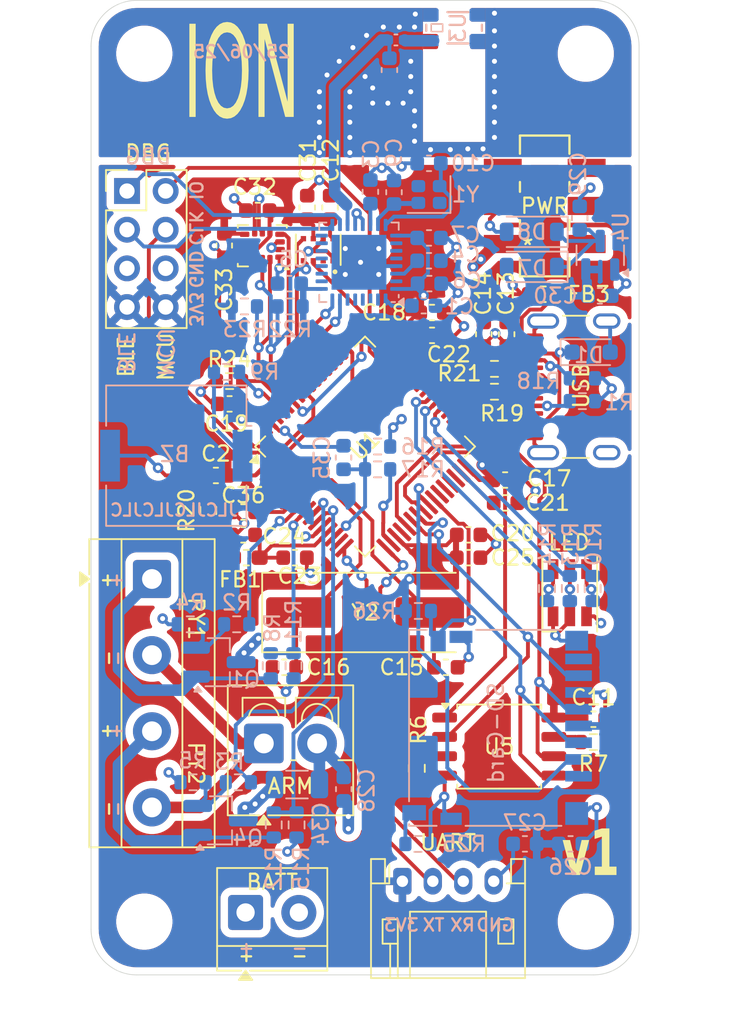
<source format=kicad_pcb>
(kicad_pcb (version 20241229) (generator "pcbnew") (generator_version "9.0")
  (layers (0 "F.Cu" signal "Front") (4 "In1.Cu" power) (6 "In2.Cu" power) (2 "B.Cu" signal "Back") (13 "F.Paste" user) (15 "B.Paste" user) (5 "F.SilkS" user "F.Silkscreen") (7 "B.SilkS" user "B.Silkscreen") (1 "F.Mask" user) (3 "B.Mask" user) (25 "Edge.Cuts" user))
  (net 0 "")
  (net 1 "+BATT")
  (net 2 "Net-(BZ2-+)")
  (net 4 "+VBUS")
  (net 5 "XIN")
  (net 6 "XOUT")
  (net 7 "Net-(U1-VCAP_1)")
  (net 9 "Net-(U1-VCAP_2)")
  (net 11 "Net-(U1-VDDA)")
  (net 12 "Net-(D7-K)")
  (net 13 "BATT_VOLT")
  (net 14 "Net-(U1-NRST)")
  (net 15 "Net-(D1-A1)")
  (net 17 "Net-(D3-AG)")
  (net 18 "Net-(D3-AR)")
  (net 19 "Net-(D3-AB)")
  (net 22 "3V3_SW")
  (net 24 "Net-(J1-CC2)")
  (net 26 "Net-(J1-D+-PadA6)")
  (net 29 "Net-(J1-D--PadA7)")
  (net 32 "Net-(J1-CC1)")
  (net 34 "MCU_SWDCLK")
  (net 36 "MCU_SWDIO")
  (net 39 "CS_SD")
  (net 40 "MISO")
  (net 41 "DET_B")
  (net 44 "MOSI")
  (net 45 "SCK")
  (net 46 "Net-(Q1-G)")
  (net 48 "Net-(Q4-G)")
  (net 49 "PY1")
  (net 50 "PY2")
  (net 51 "Net-(U5-~{WP}{slash}IO_{2})")
  (net 52 "Net-(U5-~{HOLD}{slash}~{RESET}{slash}IO_{3})")
  (net 53 "PY1_CONT")
  (net 54 "BUZZER")
  (net 57 "R_PWM")
  (net 61 "+3.3V")
  (net 63 "GND")
  (net 68 "Net-(U2-DEC4)")
  (net 69 "Net-(U2-DEC3)")
  (net 75 "Net-(U2-DEC1)")
  (net 79 "Net-(U2-ANT)")
  (net 80 "Net-(U2-XC2)")
  (net 81 "Net-(U2-XC1)")
  (net 82 "BLE_SWDCLK")
  (net 83 "BLE_SWDIO")
  (net 84 "PY2_CONT")
  (net 85 "G_PWM")
  (net 86 "B_PWM")
  (net 87 "DM")
  (net 88 "DP")
  (net 89 "SCL")
  (net 90 "SDA")
  (net 91 "Net-(U1-BOOT0)")
  (net 94 "BLE_UART_TX")
  (net 95 "LORA_UART_RX")
  (net 96 "BAR_EXTI")
  (net 98 "LORA_UART_TX")
  (net 99 "IMU_EXTI1")
  (net 100 "CS_FM")
  (net 101 "BLE_UART_RX")
  (net 103 "IMU_EXTI2")
  (net 110 "PY2_N")
  (net 111 "Net-(J2-Pin_1)")
  (net 112 "Net-(J2-Pin_2)")
  (net 113 "Net-(J4-DET_A)")
  (net 115 "Net-(U3-FEED_ALT)")
  (footprint "Resistor_SMD:R_0603_1608Metric" (layer "F.Cu") (at 109.1 75)
    (property "Reference" "R24")
    (property "Value" "10k")
  )
  (footprint "Capacitor_SMD:C_0603_1608Metric" (layer "F.Cu") (at 127.2 81.5)
    (property "Reference" "C17")
    (property "Value" "100nF")
  )
  (footprint "MountingHole:MountingHole_3.2mm_M3" (layer "F.Cu") (at 132.5 53.5)
    (property "Reference" "REF**" (hide yes))
    (property "Value" "MountingHole_3.2mm_M3")
  )
  (footprint "Connector_PinHeader_2.54mm:PinHeader_2x04_P2.54mm_Vertical" (layer "F.Cu") (at 102.36 62.52)
    (property "Reference" "BLE")
    (property "Value" "Conn_02x04_Odd_Even")
  )
  (footprint "Capacitor_SMD:C_0603_1608Metric" (layer "F.Cu") (at 124.8 86.6 180)
    (property "Reference" "C25")
    (property "Value" "4.7uF")
  )
  (footprint "TerminalBlock_MetzConnect:TerminalBlock_MetzConnect_Type055_RT01504HDWU_1x04_P5.00mm_Horizontal" (layer "F.Cu") (at 104 88 -90)
    (property "Reference" "PY1")
    (property "Value" "Screw_Terminal_01x04")
  )
  (footprint "Resistor_SMD:R_0603_1608Metric" (layer "F.Cu") (at 126.5 74.2 180)
    (property "Reference" "R21")
    (property "Value" "22")
  )
  (footprint "SW_DPDT:SW_DPDT" (layer "F.Cu") (at 129.8 63.5 180)
    (property "Reference" "PWR")
    (property "Value" "SW_Slide_DPDT")
  )
  (footprint "Capacitor_SMD:C_0603_1608Metric" (layer "F.Cu") (at 127.225 83)
    (property "Reference" "C21")
    (property "Value" "100nF")
  )
  (footprint "Capacitor_SMD:C_0603_1608Metric" (layer "F.Cu") (at 108.2 81.2)
    (property "Reference" "C2")
    (property "Value" "100nF")
  )
  (footprint "Capacitor_SMD:C_0603_1608Metric" (layer "F.Cu") (at 112.7 93.8 180)
    (property "Reference" "C16")
    (property "Value" "20pF")
  )
  (footprint "Package_SO:SOIC-8_5.3x5.3mm_P1.27mm" (layer "F.Cu") (at 126.8125 99.005)
    (property "Reference" "U5")
    (property "Value" "W25Q16JVSS")
  )
  (footprint "Capacitor_SMD:C_0603_1608Metric" (layer "F.Cu") (at 108.75 66.1 -90)
    (property "Reference" "C33")
    (property "Value" "100nF")
  )
  (footprint "Crystal:Crystal_SMD_HC49-SD" (layer "F.Cu") (at 118 90.2)
    (property "Reference" "Y2")
    (property "Value" "8MHz")
  )
  (footprint "Capacitor_SMD:C_0603_1608Metric" (layer "F.Cu") (at 125.8 71.925 -90)
    (property "Reference" "C14")
    (property "Value" "100nF")
  )
  (footprint "Connector_USB:USB_C_Receptacle_GCT_USB4105-xx-A_16P_TopMnt_Horizontal" (layer "F.Cu") (at 132.8 75.38 90)
    (property "Reference" "USB")
    (property "Value" "USB_C_Receptacle_USB2.0_16P")
  )
  (footprint "Resistor_SMD:R_0603_1608Metric" (layer "F.Cu") (at 107.7 83.5 90)
    (property "Reference" "R20")
    (property "Value" "10k")
  )
  (footprint "TerminalBlock_4Ucon:TerminalBlock_4Ucon_1x02_P3.50mm_Vertical" (layer "F.Cu") (at 111.35 98.8)
    (property "Reference" "ARM")
    (property "Value" "SW_SPST")
  )
  (footprint "Capacitor_SMD:C_0603_1608Metric" (layer "F.Cu") (at 109.1 76.5 180)
    (property "Reference" "C19")
    (property "Value" "100nF")
  )
  (footprint "Capacitor_SMD:C_0603_1608Metric" (layer "F.Cu") (at 127.3 71.925 -90)
    (property "Reference" "C13")
    (property "Value" "4.7uF")
  )
  (footprint "Capacitor_SMD:C_0603_1608Metric" (layer "F.Cu") (at 110.95 63.8 180)
    (property "Reference" "C32")
    (property "Value" "100nF")
  )
  (footprint "Capacitor_SMD:C_0603_1608Metric" (layer "F.Cu") (at 133 97.21)
    (property "Reference" "C11")
    (property "Value" "100nF")
  )
  (footprint "Capacitor_SMD:C_0603_1608Metric" (layer "F.Cu") (at 114.2 63.6 90)
    (property "Reference" "C31")
    (property "Value" "100nF")
  )
  (footprint "Resistor_SMD:R_0603_1608Metric" (layer "F.Cu") (at 133 98.71 180)
    (property "Reference" "R7")
    (property "Value" "10k")
  )
  (footprint "Capacitor_SMD:C_0603_1608Metric" (layer "F.Cu") (at 113.4 86.6)
    (property "Reference" "C23")
    (property "Value" "1uF")
  )
  (footprint "MountingHole:MountingHole_3.2mm_M3" (layer "F.Cu") (at 103.5 110.5)
    (property "Reference" "REF**" (hide yes))
    (property "Value" "MountingHole_3.2mm_M3")
  )
  (footprint "Resistor_SMD:R_0603_1608Metric" (layer "F.Cu") (at 126.5 75.7 180)
    (property "Reference" "R19")
    (property "Value" "22")
  )
  (footprint "Capacitor_SMD:C_0603_1608Metric" (layer "F.Cu") (at 122.4 70.5)
    (property "Reference" "C18")
    (property "Value" "100nF")
  )
  (footprint "Capacitor_SMD:C_0603_1608Metric" (layer "F.Cu") (at 122.4 72)
    (property "Reference" "C22")
    (property "Value" "100nF")
  )
  (footprint "Capacitor_SMD:C_0603_1608Metric" (layer "F.Cu") (at 124.8 85.1)
    (property "Reference" "C20")
    (property "Value" "100nF")
  )
  (footprint "Connector_JST:JST_PH_S4B-PH-K_1x04_P2.00mm_Horizontal" (layer "F.Cu") (at 120.45 107.85)
    (property "Reference" "UART")
    (property "Value" "Conn_01x04_Pin")
  )
  (footprint "Capacitor_SMD:C_0603_1608Metric" (layer "F.Cu") (at 123.3 93.8)
    (property "Reference" "C15")
    (property "Value" "20pF")
  )
  (footprint "MountingHole:MountingHole_3.2mm_M3" (layer "F.Cu") (at 132.5 110.5)
    (property "Reference" "REF**" (hide yes))
    (property "Value" "MountingHole_3.2mm_M3")
  )
  (footprint "Capacitor_SMD:C_0603_1608Metric" (layer "F.Cu") (at 110 83.6)
    (property "Reference" "C36")
    (property "Value" "100nF")
  )
  (footprint "Capacitor_SMD:C_0603_1608Metric" (layer "F.Cu") (at 115.7 63.6 90)
    (property "Reference" "C12")
    (property "Value" "100nF")
  )
  (footprint "Inductor_SMD:L_0603_1608Metric_Pad1.05x0.95mm_HandSolder" (layer "F.Cu") (at 110.2 86.6 180)
    (property "Reference" "FB1")
    (property "Value" "600@100MHz")
  )
  (footprint "Resistor_SMD:R_0603_1608Metric" (layer "F.Cu") (at 121.4 100.435 90)
    (property "Reference" "R6")
    (property "Value" "10k")
  )
  (footprint "Package_LGA:LGA-14_3x2.5mm_P0.5mm_LayoutBorder3x4y" (layer "F.Cu") (at 111.25 66.1125 180)
    (property "Reference" "U9" (hide yes))
    (property "Value" "LSM6DSV80")
  )
  (footprint "Package_QFP:LQFP-64_10x10mm_P0.5mm" (layer "F.Cu") (at 118 79.3 45)
    (property "Reference" "U1")
    (property "Value" "STM32F405RGTx")
  )
  (footprint "TerminalBlock_MetzConnect:TerminalBlock_MetzConnect_Type059_RT06302HBWC_1x02_P3.50mm_Horizontal" (layer "F.Cu") (at 110.15 109.9)
    (property "Reference" "BATT")
    (property "Value" "Battery_Cell")
  )
  (footprint "MountingHole:MountingHole_3.2mm_M3" (layer "F.Cu") (at 103.5 53.5)
    (property "Reference" "REF**" (hide yes))
    (property "Value" "MountingHole_3.2mm_M3")
  )
  (footprint "LED_SMD:LED_RGB_PLCC-6" (layer "F.Cu") (at 131.45 88.9 90)
    (property "Reference" "LED")
    (property "Value" "CLX6F-FKC")
  )
  (footprint "Inductor_SMD:L_0603_1608Metric_Pad1.05x0.95mm_HandSolder" (layer "F.Cu") (at 129.7 69.3)
    (property "Reference" "FB3")
    (property "Value" "600@100MHz")
  )
  (footprint "Capacitor_SMD:C_0603_1608Metric" (layer "F.Cu") (at 110 85.1)
    (property "Reference" "C24")
    (property "Value" "100nF")
  )
  (footprint "DPS368XTSA1:XDCR_DPS368XTSA1" (layer "F.Cu") (at 114.925 66.375 -90)
    (property "Reference" "U8" (hide yes))
    (property "Value" "DPS368XTSA1")
  )
  (footprint "Package_TO_SOT_SMD:SOT-23" (layer "B.Cu") (at 133.45 66.7375 90)
    (property "Reference" "U4")
    (property "Value" "MCP1702x-330xxTT")
  )
  (footprint "Resistor_SMD:R_0603_1608Metric" (layer "B.Cu") (at 132.275 74.82)
    (property "Reference" "R18")
    (property "Value" "5.1k")
  )
  (footprint "Resistor_SMD:R_0603_1608Metric" (layer "B.Cu") (at 106.521 90.975 180)
    (property "Reference" "R4")
    (property "Value" "10k")
  )
  (footprint "Resistor_SMD:R_0603_1608Metric" (layer "B.Cu") (at 112 104.15 90)
    (property "Reference" "R12")
    (property "Value" "8.2k")
  )
  (footprint "Resistor_SMD:R_0603_1608Metric" (layer "B.Cu") (at 113.075 70.1 180)
    (property "Reference" "R22")
    (property "Value" "10k")
  )
  (footprint "Crystal:Crystal_SMD_2016-4Pin_2.0x1.6mm" (layer "B.Cu") (at 122.2 62.75 180)
    (property "Reference" "Y1")
    (property "Value" "32MHz")
  )
  (footprint "Capacitor_SMD:C_0603_1608Metric" (layer "B.Cu") (at 131.5 105.395)
    (property "Reference" "C26")
    (property "Value" "100nF")
  )
  (footprint "Package_TO_SOT_SMD:SOT-23_Handsoldering" (layer "B.Cu") (at 108.5 103.85)
    (property "Reference" "Q4")
    (property "Value" "NMOS")
  )
  (footprint "Package_DFN_QFN:QFN-32-1EP_5x5mm_P0.5mm_EP3.6x3.6mm" (layer "B.Cu") (at 117.6 67.2 90)
    (property "Reference" "U2" (hide yes))
    (property "Value" "nRF52810-QCxx")
  )
  (footprint "Resistor_SMD:R_0603_1608Metric" (layer "B.Cu") (at 118.825 79.3 180)
    (property "Reference" "R16")
    (property "Value" "39k")
  )
  (footprint "Resistor_SMD:R_0603_1608Metric" (layer "B.Cu") (at 132.95 88.625 90)
    (property "Reference" "R10")
    (property "Value" "100")
  )
  (footprint "Connector_Card:microSD_HC_Hirose_DM3D-SF" (layer "B.Cu") (at 126.675 97.775 -90)
    (property "Reference" "SD-Card")
    (property "Value" "Micro_SD_Card_Det_Hirose_DM3AT")
  )
  (footprint "Resistor_SMD:R_0603_1608Metric" (layer "B.Cu") (at 106.7 101.35 180)
    (property "Reference" "R5")
    (property "Value" "10k")
  )
  (footprint "Capacitor_SMD:C_0603_1608Metric" (layer "B.Cu") (at 133.425 69.4)
    (property "Reference" "C30")
    (property "Value" "4.7uF")
  )
  (footprint "Capacitor_SMD:C_0603_1608Metric" (layer "B.Cu") (at 128.5 105.395 180)
    (property "Reference" "C27")
    (property "Value" "10uF")
  )
  (footprint "2450AT18D0100E:2450AT18D0100E_JOT" (layer "B.Cu") (at 123.8462 51.8 -90)
    (property "Reference" "U3")
    (property "Value" "2450AT18D0100E")
  )
  (footprint "Capacitor_SMD:C_0603_1608Metric" (layer "B.Cu") (at 122.2 60.7)
    (property "Reference" "C10")
    (property "Value" "6pF")
  )
  (footprint "Capacitor_SMD:C_0603_1608Metric" (layer "B.Cu") (at 113.025 68.6 180)
    (property "Reference" "C5")
    (property "Value" "100nF")
  )
  (footprint "Capacitor_SMD:C_0603_1608Metric" (layer "B.Cu") (at 132.1 64.3 90)
    (property "Reference" "C29")
    (property "Value" "1uF")
  )
  (footprint "Resistor_SMD:R_0603_1608Metric" (layer "B.Cu") (at 111.8 93.7 90)
    (property "Reference" "R8")
    (property "Value" "8.2k")
  )
  (footprint "Capacitor_SMD:C_0603_1608Metric" (layer "B.Cu") (at 116.586 80.023 90)
    (property "Reference" "C35")
    (property "Value" "100nF")
  )
  (footprint "Resistor_SMD:R_0603_1608Metric" (layer "B.Cu") (at 113.3 93.7 -90)
    (property "Reference" "R11")
    (property "Value" "1.8k")
  )
  (footprint "Capacitor_SMD:C_0603_1608Metric" (layer "B.Cu") (at 118.35 62.575001 -90)
    (property "Reference" "C3")
    (property "Value" "100pF")
  )
  (footprint "Capacitor_SMD:C_0603_1608Metric" (layer "B.Cu") (at 119.9 62.6 -90)
    (property "Reference" "C9")
    (property "Value" "6pF")
  )
  (footprint "Capacitor_SMD:C_0603_1608Metric" (layer "B.Cu") (at 119.6 54.575 -90)
    (property "Reference" "C8" (hide yes))
    (property "Value" "0.8pF")
  )
  (footprint "Resistor_SMD:R_0603_1608Metric" (layer "B.Cu") (at 131.45 88.625 90)
    (property "Reference" "R13")
    (property "Value" "68")
  )
  (footprint "Resistor_SMD:R_0603_1608Metric" (layer "B.Cu") (at 113.5 104.15 -90)
    (property "Reference" "R15")
    (property "Value" "1.8k")
  )
  (footprint "Capacitor_SMD:C_0603_1608Metric" (layer "B.Cu") (at 122.2 65.6)
    (property "Reference" "C7")
    (property "Value" "100nF")
  )
  (footprint "Resistor_SMD:R_0603_1608Metric" (layer "B.Cu") (at 108.9 74.4 180)
    (property "Reference" "R9")
    (property "Value" "100")
  )
  (footprint "Capacitor_SMD:C_1206_3216Metric" (layer "B.Cu") (at 113.525 101.5 180)
    (property "Reference" "C34")
    (property "Value" "100uF")
  )
  (footprint "Resistor_SMD:R_0603_1608Metric" (layer "B.Cu") (at 118.825 80.8)
    (property "Reference" "R17")
    (property "Value" "10k")
  )
  (footprint "Capacitor_SMD:C_0603_1608Metric" (layer "B.Cu") (at 122.225 68.6)
    (property "Reference" "C6")
    (property "Value" "4.7uF")
  )
  (footprint "Resistor_SMD:R_0603_1608Metric" (layer "B.Cu") (at 129.95 88.625 -90)
    (property "Reference" "R14")
    (property "Value" "68")
  )
  (footprint "Capacitor_SMD:C_0603_1608Metric" (layer "B.Cu") (at 122.2 67.1 180)
    (property "Reference" "C4")
    (property "Value" "1uF")
  )
  (footprint "Resistor_SMD:R_0603_1608Metric" (layer "B.Cu") (at 121.5 90.1)
    (property "Reference" "R26")
    (property "Value" "10k")
  )
  (footprint "Resistor_SMD:R_0603_1608Metric" (layer "B.Cu") (at 132.275 76.32)
    (property "Reference" "R1")
    (property "Value" "5.1k")
  )
  (footprint "Diode_SMD:D_SOD-123" (layer "B.Cu") (at 128.95 65.2 180)
    (property "Reference" "D8")
    (property "Value" "D_Schottky")
  )
  (footprint "Package_TO_SOT_SMD:SOT-23_Handsoldering" (layer "B.Cu") (at 108.358 93.462)
    (property "Reference" "Q1")
    (property "Value" "NMOS")
  )
  (footprint "Capacitor_SMD:C_0603_1608Metric" (layer "B.Cu") (at 116.6 101.8 -90)
    (property "Reference" "C28")
    (property "Value" "1uF")
  )
  (footprint "Capacitor_SMD:C_0603_1608Metric" (layer "B.Cu") (at 121.85 70.050001 180)
    (property "Reference" "C1")
    (property "Value" "100nF")
  )
  (footprint "Buzzer_Beeper:Buzzer_Murata_PKMCS0909E" (layer "B.Cu") (at 105.6 79.9 180)
    (property "Reference" "BZ")
    (property "Value" "Buzzer")
  )
  (footprint "Diode_SMD:D_SOD-323_HandSoldering" (layer "B.Cu") (at 132.85 73.1)
    (property "Reference" "D1")
    (property "Value" "D_TVS")
  )
  (footprint "Diode_SMD:D_SOD-123" (layer "B.Cu") (at 128.95 67.5 180)
    (property "Reference" "D7")
    (property "Value" "D_Schottky")
  )
  (footprint "Resistor_SMD:R_0603_1608Metric" (layer "B.Cu") (at 109.675 101.35 180)
    (property "Reference" "R3")
    (property "Value" "220")
  )
  (footprint "Resistor_SMD:R_0603_1608Metric" (layer "B.Cu") (at 121.475 105.4 180)
    (property "Reference" "R25")
    (property "Value" "10k")
  )
  (footprint "Resistor_SMD:R_0603_1608Metric" (layer "B.Cu") (at 109.565 90.975 180)
    (property "Reference" "R2")
    (property "Value" "220")
  )
  (footprint "Resistor_SMD:R_0603_1608Metric" (layer "B.Cu") (at 110.075 70.1 180)
    (property "Reference" "R23")
    (property "Value" "10k")
  )
  (footprint "Inductor_SMD:L_0402_1005Metric_Pad0.77x0.64mm_HandSolder" (layer "B.Cu") (at 120.0275 52.6 180)
    (property "Reference" "L1" (hide yes))
    (property "Value" "3.9nH")
  )
  (gr_line (start 136 53) (end 136 111) (stroke (width 0.05)) (layer "Edge.Cuts"))
  (gr_line (start 103 50) (end 133 50) (stroke (width 0.05)) (layer "Edge.Cuts"))
  (gr_line (start 100 111) (end 100 53) (stroke (width 0.05)) (layer "Edge.Cuts"))
  (gr_arc (start 100 53) (mid 100.87868 50.87868) (end 103 50) (stroke (width 0.05)) (layer "Edge.Cuts"))
  (gr_arc (start 103 114) (mid 100.87868 113.12132) (end 100 111) (stroke (width 0.05)) (layer "Edge.Cuts"))
  (gr_line (start 133 114) (end 103 114) (stroke (width 0.05)) (layer "Edge.Cuts"))
  (gr_arc (start 133 50) (mid 135.12132 50.87868) (end 136 53) (stroke (width 0.05)) (layer "Edge.Cuts"))
  (gr_arc (start 136 111) (mid 135.12132 113.12132) (end 133 114) (stroke (width 0.05)) (layer "Edge.Cuts"))
  (gr_text "-" (at 113.1 113.2 0) (layer "F.SilkS") (effects (font (size 0.8128 0.8128) (thickness 0.1524) (bold yes)) (justify left bottom)))
  (gr_text "PY2" (at 106.9 100.1 270) (layer "F.SilkS") (effects (font (size 1 1))))
  (gr_text "+" (at 101.7 88.5 0) (layer "F.SilkS") (effects (font (size 0.8128 0.8128) (thickness 0.1524) (bold yes)) (justify left bottom mirror)))
  (gr_text "DBG" (at 103.75 60 0) (layer "F.SilkS") (effects (font (size 1 1))))
  (gr_text "-" (at 101.6 102.5 90) (layer "F.SilkS") (effects (font (size 0.8128 0.8128) (thickness 0.1524) (bold yes)) (justify left bottom mirror)))
  (gr_text "v1" (at 130.937 107.95 0) (layer "F.SilkS") (effects (font (size 3 2) (thickness 0.1524) (bold yes)) (justify left bottom)))
  (gr_text "-" (at 101.6 92.6 90) (layer "F.SilkS") (effects (font (size 0.8128 0.8128) (thickness 0.1524) (bold yes)) (justify left bottom mirror)))
  (gr_text "+" (at 109.6 113.2 0) (layer "F.SilkS") (effects (font (size 0.8128 0.8128) (thickness 0.1524) (bold yes)) (justify left bottom)))
  (gr_text "MCU" (at 104.9 73.4 90) (layer "F.SilkS") (effects (font (size 1 1))))
  (gr_text "+" (at 101.7 98.4 0) (layer "F.SilkS") (effects (font (size 0.8128 0.8128) (thickness 0.1524) (bold yes)) (justify left bottom mirror)))
  (gr_text "ION" (at 106.045 58.674 0) (layer "F.SilkS") (effects (font (size 6 3) (thickness 0.375)) (justify left bottom)))
  (gr_text "GND" (at 127.9 111.2 0) (layer "B.SilkS") (effects (font (size 0.8128 0.8128) (thickness 0.1524) (bold yes)) (justify left bottom mirror)))
  (gr_text "+" (at 102.3 98.4 0) (layer "B.SilkS") (effects (font (size 0.8128 0.8128) (thickness 0.1524) (bold yes)) (justify left bottom mirror)))
  (gr_text "-" (at 102.2 102.5 90) (layer "B.SilkS") (effects (font (size 0.8128 0.8128) (thickness 0.1524) (bold yes)) (justify left bottom mirror)))
  (gr_text "CLK" (at 106.4 66.2 270) (layer "B.SilkS") (effects (font (size 0.8128 0.8128) (thickness 0.1524) (bold yes)) (justify left bottom mirror)))
  (gr_text "RX" (at 125.3 111.2 0) (layer "B.SilkS") (effects (font (size 0.8128 0.8128) (thickness 0.1524) (bold yes)) (justify left bottom mirror)))
  (gr_text "TX" (at 123.3 111.2 0) (layer "B.SilkS") (effects (font (size 0.8128 0.8128) (thickness 0.1524) (bold yes)) (justify left bottom mirror)))
  (gr_text "DBG" (at 103.75 60.25 0) (layer "B.SilkS") (effects (font (size 1 1)) (justify mirror)))
  (gr_text "IO" (at 106.4 63.2 270) (layer "B.SilkS") (effects (font (size 0.8128 0.8128) (thickness 0.1524) (bold yes)) (justify left bottom mirror)))
  (gr_text "-" (at 113.1 112.7 0) (layer "B.SilkS") (effects (font (size 0.8128 0.8128) (thickness 0.1524) (bold yes)) (justify left bottom)))
  (gr_text "GND" (at 106.4 69 270) (layer "B.SilkS") (effects (font (size 0.8128 0.8128) (thickness 0.1524) (bold yes)) (justify left bottom mirror)))
  (gr_text "3V3" (at 121.6 111.2 0) (layer "B.SilkS") (effects (font (size 0.8128 0.8128) (thickness 0.1524) (bold yes)) (justify left bottom mirror)))
  (gr_text "+" (at 109.6 112.7 0) (layer "B.SilkS") (effects (font (size 0.8128 0.8128) (thickness 0.1524) (bold yes)) (justify left bottom)))
  (gr_text "BLE" (at 102.3 73.1 270) (layer "B.SilkS") (effects (font (size 1 1)) (justify mirror)))
  (gr_text "-" (at 102.2 92.6 90) (layer "B.SilkS") (effects (font (size 0.8128 0.8128) (thickness 0.1524) (bold yes)) (justify left bottom mirror)))
  (gr_text "+" (at 102.3 88.5 0) (layer "B.SilkS") (effects (font (size 0.8128 0.8128) (thickness 0.1524) (bold yes)) (justify left bottom mirror)))
  (gr_text "JLCJLCJLCJLC" (at 109.728 83.947 0) (layer "B.SilkS") (effects (font (size 0.8128 0.8128) (thickness 0.1524) (bold yes)) (justify left bottom mirror)))
  (gr_text "3V3" (at 106.4 71.5 270) (layer "B.SilkS") (effects (font (size 0.8128 0.8128) (thickness 0.1524) (bold yes)) (justify left bottom mirror)))
  (gr_text "MCU" (at 104.9 73.1 270) (layer "B.SilkS") (effects (font (size 1 1)) (justify mirror)))
  (gr_text "25/06/25" (at 113.157 53.848 0) (layer "B.SilkS") (effects (font (size 0.8128 0.8128) (thickness 0.1524) (bold yes)) (justify left bottom mirror)))
  (segment (start 125.6 67) (end 125.1 67.5) (width 0.762) (layer "F.Cu") (net 1))
  (segment (start 126.6 66) (end 125.6 67) (width 0.762) (layer "F.Cu") (net 1))
  (segment (start 127.0441 66) (end 126.6 66) (width 0.762) (layer "F.Cu") (net 1))
  (via (at 120.4 77.5) (size 0.6858) (drill 0.3302) (layers "F.Cu" "B.Cu") (net 1))
  (via (at 125.1 67.5) (size 0.6858) (drill 0.3302) (layers "F.Cu" "B.Cu") (net 1))
  (via (at 125.6 67) (size 0.6858) (drill 0.3302) (layers "F.Cu" "B.Cu") (net 1))
  (via (at 119.85 78.05) (size 0.6858) (drill 0.3302) (layers "F.Cu" "B.Cu") (net 1))
  (segment (start 114.85 98.8) (end 115 98.95) (width 0.762) (layer "B.Cu") (net 1))
  (segment (start 119.65 79.3) (end 119.65 78.25) (width 0.254) (layer "B.Cu") (net 1))
  (segment (start 116.6 100.55) (end 116.6 101.025) (width 0.762) (layer "B.Cu") (net 1))
  (segment (start 114.85 98.8) (end 116.6 100.55) (width 0.762) (layer "B.Cu") (net 1))
  (segment (start 115 98.95) (end 115 101.5) (width 0.762) (layer "B.Cu") (net 1))
  (segment (start 119.85 78.05) (end 120.4 77.5) (width 0.254) (layer "B.Cu") (net 1))
  (segment (start 119.65 78.25) (end 119.85 78.05) (width 0.254) (layer "B.Cu") (net 1))
  (segment (start 108.075 78.025) (end 109.95 79.9) (width 0.254) (layer "B.Cu") (net 2))
  (segment (start 108.075 74.4) (end 108.075 78.025) (width 0.254) (layer "B.Cu") (net 2))
  (segment (start 127.3 70.825) (end 128.825 69.3) (width 0.254) (layer "F.Cu") (net 4))
  (segment (start 128.825 69.3) (end 128.3 69.3) (width 0.254) (layer "F.Cu") (net 4))
  (segment (start 125.85 71.15) (end 127.7 69.3) (width 0.254) (layer "F.Cu") (net 4))
  (segment (start 127.7 69.3) (end 128.825 69.3) (width 0.254) (layer "F.Cu") (net 4))
  (segment (start 128.3 69.3) (end 127.7 68.7) (width 0.254) (layer "F.Cu") (net 4))
  (segment (start 125.8 71.15) (end 125.85 71.15) (width 0.254) (layer "F.Cu") (net 4))
  (segment (start 127.3 71.15) (end 127.3 70.825) (width 0.254) (layer "F.Cu") (net 4))
  (via (at 127.7 68.7) (size 0.6858) (drill 0.3302) (layers "F.Cu" "B.Cu") (net 4))
  (segment (start 127.7 68.7) (end 127.3 68.3) (width 0.254) (layer "B.Cu") (net 4))
  (segment (start 127.3 68.3) (end 127.3 67.5) (width 0.254) (layer "B.Cu") (net 4))
  (segment (start 113.325126 81.5) (end 115.8 81.5) (width 0.254) (layer "F.Cu") (net 5))
  (segment (start 115.8 81.5) (end 118.481704 84.181704) (width 0.254) (layer "F.Cu") (net 5))
  (segment (start 118.481704 86.431704) (end 122.25 90.2) (width 0.254) (layer "F.Cu") (net 5))
  (segment (start 112.749732 82.075394) (end 113.325126 81.5) (width 0.254) (layer "F.Cu") (net 5))
  (segment (start 122.525 90.475) (end 122.25 90.2) (width 0.254) (layer "F.Cu") (net 5))
  (segment (start 118.481704 84.181704) (end 118.481704 86.431704) (width 0.254) (layer "F.Cu") (net 5))
  (segment (start 122.525 93.8) (end 122.525 90.475) (width 0.254) (layer "F.Cu") (net 5))
  (segment (start 117.7 87) (end 114.5 90.2) (width 0.254) (layer "F.Cu") (net 6))
  (segment (start 115.503024 81.903024) (end 117.7 84.1) (width 0.254) (layer "F.Cu") (net 6))
  (segment (start 117.7 84.1) (end 117.7 87) (width 0.254) (layer "F.Cu") (net 6))
  (segment (start 113.103286 82.428948) (end 113.62921 81.903024) (width 0.254) (layer "F.Cu") (net 6))
  (segment (start 113.475 93.8) (end 113.475 90.475) (width 0.254) (layer "F.Cu") (net 6))
  (segment (start 113.62921 81.903024) (end 115.503024 81.903024) (width 0.254) (layer "F.Cu") (net 6))
  (segment (start 114.5 90.2) (end 113.75 90.2) (width 0.254) (layer "F.Cu") (net 6))
  (segment (start 113.475 90.475) (end 113.75 90.2) (width 0.254) (layer "F.Cu") (net 6))
  (segment (start 126.296194 83) (end 124.310928 81.014734) (width 0.254) (layer "F.Cu") (net 7))
  (segment (start 126.45 83) (end 126.296194 83) (width 0.254) (layer "F.Cu") (net 7))
  (segment (start 121.625 72) (end 120.703806 72) (width 0.254) (layer "F.Cu") (net 9))
  (segment (start 120.703806 72) (end 119.714734 72.989072) (width 0.254) (layer "F.Cu") (net 9))
  (segment (start 111.875 85.8) (end 111.075 86.6) (width 0.254) (layer "F.Cu") (net 11))
  (segment (start 114.68198 85.8) (end 111.875 85.8) (width 0.254) (layer "F.Cu") (net 11))
  (segment (start 111.075 85.4) (end 110.775 85.1) (width 0.254) (layer "F.Cu") (net 11))
  (segment (start 112.625 86.6) (end 111.075 86.6) (width 0.254) (layer "F.Cu") (net 11))
  (segment (start 115.578159 84.903821) (end 114.68198 85.8) (width 0.254) (layer "F.Cu") (net 11))
  (segment (start 111.075 86.6) (end 111.075 85.4) (width 0.254) (layer "F.Cu") (net 11))
  (segment (start 110.775 85.1) (end 111.104745 85.429745) (width 0.254) (layer "F.Cu") (net 11))
  (segment (start 132.725 65.075) (end 133.45 65.8) (width 0.254) (layer "B.Cu") (net 12))
  (segment (start 130.6 67.5) (end 131.3 67.5) (width 0.254) (layer "B.Cu") (net 12))
  (segment (start 133 65.8) (end 133.45 65.8) (width 0.254) (layer "B.Cu") (net 12))
  (segment (start 132.1 65.075) (end 132.725 65.075) (width 0.254) (layer "B.Cu") (net 12))
  (segment (start 130.6 65.2) (end 131.2 65.8) (width 0.254) (layer "B.Cu") (net 12))
  (segment (start 131.2 65.8) (end 133.45 65.8) (width 0.254) (layer "B.Cu") (net 12))
  (segment (start 131.3 67.5) (end 133 65.8) (width 0.254) (layer "B.Cu") (net 12))
  (segment (start 115.931713 85.257375) (end 115.992625 85.257375) (width 0.254) (layer "F.Cu") (net 13))
  (segment (start 115.992625 85.257375) (end 116.75 84.5) (width 0.254) (layer "F.Cu") (net 13))
  (via (at 116.75 84.5) (size 0.6858) (drill 0.3302) (layers "F.Cu" "B.Cu") (net 13))
  (segment (start 116.75 84.5) (end 118 83.25) (width 0.254) (layer "B.Cu") (net 13))
  (segment (start 117.998 80.798) (end 118 80.8) (width 0.254) (layer "B.Cu") (net 13))
  (segment (start 118 79.3) (end 118 80.8) (width 0.254) (layer "B.Cu") (net 13))
  (segment (start 116.586 80.798) (end 117.998 80.798) (width 0.254) (layer "B.Cu") (net 13))
  (segment (start 118 83.25) (end 118 80.8) (width 0.254) (layer "B.Cu") (net 13))
  (segment (start 117.925 80.875) (end 118 80.8) (width 0.254) (layer "B.Cu") (net 13))
  (segment (start 112.63934 83.6) (end 110.775 83.6) (width 0.254) (layer "F.Cu") (net 14))
  (segment (start 113.456839 82.782501) (end 112.63934 83.6) (width 0.254) (layer "F.Cu") (net 14))
  (segment (start 107.7 82.675) (end 111.892696 82.675) (width 0.254) (layer "F.Cu") (net 14))
  (segment (start 111.892696 82.675) (end 112.526121 83.308425) (width 0.254) (layer "F.Cu") (net 14))
  (segment (start 112.526121 83.308425) (end 112.930915 83.308425) (width 0.254) (layer "F.Cu") (net 14))
  (segment (start 112.930915 83.308425) (end 113.456839 82.782501) (width 0.254) (layer "F.Cu") (net 14))
  (segment (start 130.761746 73.661746) (end 130.761746 76.709062) (width 0.254) (layer "F.Cu") (net 15))
  (segment (start 129.903808 73.193) (end 129.690808 72.98) (width 0.254) (layer "F.Cu") (net 15))
  (segment (start 129.690808 77.78) (end 129.12 77.78) (width 0.254) (layer "F.Cu") (net 15))
  (segment (start 130.772015 73.193) (end 129.903808 73.193) (width 0.254) (layer "F.Cu") (net 15))
  (segment (start 130.293 73.193) (end 130.761746 73.661746) (width 0.254) (layer "F.Cu") (net 15))
  (segment (start 128.832269 70.305) (end 128.29 70.847269) (width 0.254) (layer "F.Cu") (net 15))
  (segment (start 128.29 72.724999) (end 128.545001 72.98) (width 0.254) (layer "F.Cu") (net 15))
  (segment (start 128.545001 72.98) (end 129.12 72.98) (width 0.254) (layer "F.Cu") (net 15))
  (segment (start 129.12 72.98) (end 129.333 73.193) (width 0.254) (layer "F.Cu") (net 15))
  (segment (start 128.29 70.847269) (end 128.29 72.724999) (width 0.254) (layer "F.Cu") (net 15))
  (segment (start 130.803299 73.11872) (end 130.803299 73.161716) (width 0.254) (layer "F.Cu") (net 15))
  (segment (start 129.333 73.193) (end 130.293 73.193) (width 0.254) (layer "F.Cu") (net 15))
  (segment (start 130.575 69.3) (end 129.57 70.305) (width 0.254) (layer "F.Cu") (net 15))
  (segment (start 130.761746 76.709062) (end 129.690808 77.78) (width 0.254) (layer "F.Cu") (net 15))
  (segment (start 130.803299 73.161716) (end 130.772015 73.193) (width 0.254) (layer "F.Cu") (net 15))
  (segment (start 129.690808 72.98) (end 129.12 72.98) (width 0.254) (layer "F.Cu") (net 15))
  (segment (start 129.57 70.305) (end 128.832269 70.305) (width 0.254) (layer "F.Cu") (net 15))
  (via (at 130.803299 73.11872) (size 0.6858) (drill 0.3302) (layers "F.Cu" "B.Cu") (net 15))
  (segment (start 130.822019 73.1) (end 131.6 73.1) (width 0.254) (layer "B.Cu") (net 15))
  (segment (start 130.803299 73.11872) (end 130.822019 73.1) (width 0.254) (layer "B.Cu") (net 15))
  (segment (start 131.45 88.66276) (end 131.45 87.35) (width 0.254) (layer "F.Cu") (net 17))
  (segment (start 131.45714 88.6699) (end 131.45 88.66276) (width 0.254) (layer "F.Cu") (net 17))
  (via (at 131.45714 88.6699) (size 0.6858) (drill 0.3302) (layers "F.Cu" "B.Cu") (net 17))
  (segment (start 131.45714 88.712243) (end 131.45 88.719383) (width 0.254) (layer "B.Cu") (net 17))
  (segment (start 131.45714 88.6699) (end 131.45714 88.712243) (width 0.254) (layer "B.Cu") (net 17))
  (segment (start 131.45 88.719383) (end 131.45 89.45) (width 0.254) (layer "B.Cu") (net 17))
  (segment (start 132.55 88.360458) (end 132.55 87.35) (width 0.254) (layer "F.Cu") (net 18))
  (segment (start 132.859442 88.6699) (end 132.55 88.360458) (width 0.254) (layer "F.Cu") (net 18))
  (via (at 132.859442 88.6699) (size 0.6858) (drill 0.3302) (layers "F.Cu" "B.Cu") (net 18))
  (segment (start 132.95 88.760458) (end 132.859442 88.6699) (width 0.254) (layer "B.Cu") (net 18))
  (segment (start 132.95 89.45) (end 132.95 88.760458) (width 0.254) (layer "B.Cu") (net 18))
  (segment (start 130.062982 88.632438) (end 130.35 88.34542) (width 0.254) (layer "F.Cu") (net 19))
  (segment (start 130.35 88.34542) (end 130.35 87.35) (width 0.254) (layer "F.Cu") (net 19))
  (segment (start 130.062982 88.6699) (end 130.062982 88.632438) (width 0.254) (layer "F.Cu") (net 19))
  (via (at 130.062982 88.6699) (size 0.6858) (drill 0.3302) (layers "F.Cu" "B.Cu") (net 19))
  (segment (start 129.95 89.05) (end 129.95 89.45) (width 0.254) (layer "B.Cu") (net 19))
  (segment (start 130.062982 88.6699) (end 130.02552 88.707362) (width 0.254) (layer "B.Cu") (net 19))
  (segment (start 130.02552 88.97448) (end 129.95 89.05) (width 0.254) (layer "B.Cu") (net 19))
  (segment (start 130.02552 88.707362) (end 130.02552 88.97448) (width 0.254) (layer "B.Cu") (net 19))
  (segment (start 126.2 64.8) (end 126.2 64.3441) (width 0.254) (layer "F.Cu") (net 22))
  (segment (start 126.2 64.3441) (end 127.0441 63.5) (width 0.254) (layer "F.Cu") (net 22))
  (via (at 126.2 64.8) (size 0.6858) (drill 0.3302) (layers "F.Cu" "B.Cu") (net 22))
  (segment (start 126.6 65.2) (end 126.2 64.8) (width 0.254) (layer "B.Cu") (net 22))
  (segment (start 127.3 65.2) (end 126.6 65.2) (width 0.254) (layer "B.Cu") (net 22))
  (segment (start 129.12 73.63) (end 129.775475 73.63) (width 0.254) (layer "F.Cu") (net 24))
  (segment (start 129.775475 73.63) (end 130.164846 74.019371) (width 0.254) (layer "F.Cu") (net 24))
  (via (at 130.164846 74.019371) (size 0.6858) (drill 0.3302) (layers "F.Cu" "B.Cu") (net 24))
  (segment (start 130.164846 74.019371) (end 130.649371 74.019371) (width 0.254) (layer "B.Cu") (net 24))
  (segment (start 131.45 74.77) (end 131.45 74.82) (width 0.254) (layer "B.Cu") (net 24))
  (segment (start 130.649371 74.019371) (end 131.45 74.82) (width 0.254) (layer "B.Cu") (net 24))
  (segment (start 129.12 75.63) (end 129.694999 75.63) (width 0.254) (layer "F.Cu") (net 26))
  (segment (start 129.95 75.374999) (end 129.95 74.916232) (width 0.254) (layer "F.Cu") (net 26))
  (segment (start 127.755 74.63) (end 129.12 74.63) (width 0.254) (layer "F.Cu") (net 26))
  (segment (start 129.694999 75.63) (end 129.95 75.374999) (width 0.254) (layer "F.Cu") (net 26))
  (segment (start 129.95 74.916232) (end 129.663768 74.63) (width 0.254) (layer "F.Cu") (net 26))
  (segment (start 127.325 74.2) (end 127.755 74.63) (width 0.254) (layer "F.Cu") (net 26))
  (segment (start 129.663768 74.63) (end 129.12 74.63) (width 0.254) (layer "F.Cu") (net 26))
  (segment (start 128.545001 76.13) (end 129.12 76.13) (width 0.254) (layer "F.Cu") (net 29))
  (segment (start 129.12 75.13) (end 128.576232 75.13) (width 0.254) (layer "F.Cu") (net 29))
  (segment (start 128.29 75.416232) (end 128.29 75.874999) (width 0.254) (layer "F.Cu") (net 29))
  (segment (start 127.325 75.7) (end 127.755 76.13) (width 0.254) (layer "F.Cu") (net 29))
  (segment (start 128.576232 75.13) (end 128.29 75.416232) (width 0.254) (layer "F.Cu") (net 29))
  (segment (start 127.755 76.13) (end 129.12 76.13) (width 0.254) (layer "F.Cu") (net 29))
  (segment (start 128.29 75.874999) (end 128.545001 76.13) (width 0.254) (layer "F.Cu") (net 29))
  (segment (start 129.12 76.63) (end 129.962549 76.630001) (width 0.254) (layer "F.Cu") (net 32))
  (via (at 129.962549 76.630001) (size 0.6858) (drill 0.3302) (layers "F.Cu" "B.Cu") (net 32))
  (segment (start 129.962549 76.630001) (end 131.139999 76.630001) (width 0.254) (layer "B.Cu") (net 32))
  (segment (start 131.139999 76.630001) (end 131.45 76.32) (width 0.254) (layer "B.Cu") (net 32))
  (segment (start 117.164743 73.161443) (end 117.164743 75.375487) (width 0.254) (layer "F.Cu") (net 34))
  (segment (start 117.164743 75.375487) (end 112.84023 79.7) (width 0.254) (layer "F.Cu") (net 34))
  (segment (start 110.354441 79.7) (end 103.795 73.140559) (width 0.254) (layer "F.Cu") (net 34))
  (segment (start 103.795 73.140559) (end 103.795 66.165) (width 0.254) (layer "F.Cu") (net 34))
  (segment (start 112.84023 79.7) (end 110.354441 79.7) (width 0.254) (layer "F.Cu") (net 34))
  (segment (start 103.795 66.165) (end 104.9 65.06) (width 0.254) (layer "F.Cu") (net 34))
  (segment (start 116.638819 72.635519) (end 117.164743 73.161443) (width 0.254) (layer "F.Cu") (net 34))
  (segment (start 119.542363 73.868549) (end 119.137569 73.868549) (width 0.254) (layer "F.Cu") (net 36))
  (segment (start 106.4179 61.0021) (end 104.9 62.52) (width 0.254) (layer "F.Cu") (net 36))
  (segment (start 119.137569 73.868549) (end 118.3 73.03098) (width 0.254) (layer "F.Cu") (net 36))
  (segment (start 118.3 64) (end 115.3021 61.0021) (width 0.254) (layer "F.Cu") (net 36))
  (segment (start 118.3 73.03098) (end 118.3 64) (width 0.254) (layer "F.Cu") (net 36))
  (segment (start 120.068287 73.342625) (end 119.542363 73.868549) (width 0.254) (layer "F.Cu") (net 36))
  (segment (start 115.3021 61.0021) (end 106.4179 61.0021) (width 0.254) (layer "F.Cu") (net 36))
  (segment (start 121.534838 82.048676) (end 121.534838 82.481284) (width 0.254) (layer "F.Cu") (net 39))
  (segment (start 121.534838 82.481284) (end 122.189608 83.136054) (width 0.254) (layer "F.Cu") (net 39))
  (via (at 121.534838 82.048676) (size 0.6858) (drill 0.3302) (layers "F.Cu" "B.Cu") (net 39))
  (segment (start 123.4 94.46) (end 123.4 100.4) (width 0.254) (layer "B.Cu") (net 39))
  (segment (start 123.4 100.4) (end 124.9 101.9) (width 0.254) (layer "B.Cu") (net 39))
  (segment (start 121.534838 82.048676) (end 121.5 82.083514) (width 0.254) (layer "B.Cu") (net 39))
  (segment (start 121.5 92.56) (end 123.4 94.46) (width 0.254) (layer "B.Cu") (net 39))
  (segment (start 129.34 101.9) (end 131.39 99.85) (width 0.254) (layer "B.Cu") (net 39))
  (segment (start 124.9 101.9) (end 129.34 101.9) (width 0.254) (layer "B.Cu") (net 39))
  (segment (start 121.5 82.083514) (end 121.5 92.56) (width 0.254) (layer "B.Cu") (net 39))
  (segment (start 131.39 99.85) (end 132.025 99.85) (width 0.254) (layer "B.Cu") (net 39))
  (segment (start 123.43 98.37) (end 128.7 93.1) (width 0.254) (layer "F.Cu") (net 40))
  (segment (start 122.003326 85.071092) (end 122.84297 85.071092) (width 0.254) (layer "F.Cu") (net 40))
  (segment (start 121.128948 84.196714) (end 122.003326 85.071092) (width 0.254) (layer "F.Cu") (net 40))
  (segment (start 128.7 93.1) (end 128.7 91.8) (width 0.254) (layer "F.Cu") (net 40))
  (segment (start 123.225 98.37) (end 123.43 98.37) (width 0.254) (layer "F.Cu") (net 40))
  (via (at 128.7 91.8) (size 0.6858) (drill 0.3302) (layers "F.Cu" "B.Cu") (net 40))
  (via (at 122.84297 85.071092) (size 0.6858) (drill 0.3302) (layers "F.Cu" "B.Cu") (net 40))
  (segment (start 122.84297 85.071092) (end 122.84297 85.94297) (width 0.254) (layer "B.Cu") (net 40))
  (segment (start 128.7 91.8) (end 131.25 94.35) (width 0.254) (layer "B.Cu") (net 40))
  (segment (start 131.25 94.35) (end 132.025 94.35) (width 0.254) (layer "B.Cu") (net 40))
  (segment (start 122.84297 85.94297) (end 128.7 91.8) (width 0.254) (layer "B.Cu") (net 40))
  (segment (start 124.8 90.545025) (end 124.8 84.714942) (width 0.254) (layer "F.Cu") (net 41))
  (segment (start 124.969018 90.714043) (end 124.8 90.545025) (width 0.254) (layer "F.Cu") (net 41))
  (segment (start 124.9699 90.714043) (end 124.969018 90.714043) (width 0.254) (layer "F.Cu") (net 41))
  (segment (start 124.8 84.714942) (end 124.455058 84.37) (width 0.254) (layer "F.Cu") (net 41))
  (segment (start 124.13066 84.37) (end 122.543161 82.782501) (width 0.254) (layer "F.Cu") (net 41))
  (segment (start 124.455058 84.37) (end 124.13066 84.37) (width 0.254) (layer "F.Cu") (net 41))
  (via (at 124.9699 90.714043) (size 0.6858) (drill 0.3302) (layers "F.Cu" "B.Cu") (net 41))
  (segment (start 124.9699 90.714043) (end 123.725957 90.714043) (width 0.254) (layer "B.Cu") (net 41))
  (segment (start 122.8 91.64) (end 122.8 92.125) (width 0.254) (layer "B.Cu") (net 41))
  (segment (start 123.725957 90.714043) (end 122.8 91.64) (width 0.254) (layer "B.Cu") (net 41))
  (segment (start 122.325 90.1) (end 122.325 91.65) (width 0.254) (layer "B.Cu") (net 41))
  (segment (start 122.325 91.65) (end 122.8 92.125) (width 0.254) (layer "B.Cu") (net 41))
  (segment (start 121.482501 83.843161) (end 122.008425 84.369085) (width 0.254) (layer "F.Cu") (net 44))
  (segment (start 123.030915 84.369085) (end 123.1 84.3) (width 0.254) (layer "F.Cu") (net 44))
  (segment (start 122.008425 84.369085) (end 123.030915 84.369085) (width 0.254) (layer "F.Cu") (net 44))
  (segment (start 128.2 99.522499) (end 128.2 95.3) (width 0.254) (layer "F.Cu") (net 44))
  (segment (start 129.587501 100.91) (end 128.2 99.522499) (width 0.254) (layer "F.Cu") (net 44))
  (segment (start 130.4 100.91) (end 129.587501 100.91) (width 0.254) (layer "F.Cu") (net 44))
  (via (at 128.2 95.3) (size 0.6858) (drill 0.3302) (layers "F.Cu" "B.Cu") (net 44))
  (via (at 123.1 84.3) (size 0.6858) (drill 0.3302) (layers "F.Cu" "B.Cu") (net 44))
  (segment (start 128.2 95.3) (end 128.2 95.5) (width 0.254) (layer "B.Cu") (net 44))
  (segment (start 122.24507 84.823433) (end 122.24507 87.14507) (width 0.254) (layer "B.Cu") (net 44))
  (segment (start 128.2 93.1) (end 128.2 95.3) (width 0.254) (layer "B.Cu") (net 44))
  (segment (start 123.1 84.3) (end 122.768503 84.3) (width 0.254) (layer "B.Cu") (net 44))
  (segment (start 131.45 98.75) (end 132.025 98.75) (width 0.254) (layer "B.Cu") (net 44))
  (segment (start 128.2 95.5) (end 131.45 98.75) (width 0.254) (layer "B.Cu") (net 44))
  (segment (start 122.24507 87.14507) (end 128.2 93.1) (width 0.254) (layer "B.Cu") (net 44))
  (segment (start 122.768503 84.3) (end 122.24507 84.823433) (width 0.254) (layer "B.Cu") (net 44))
  (segment (start 129.8 82.445559) (end 129.8 81.5) (width 0.254) (layer "F.Cu") (net 45))
  (segment (start 120.086633 81.713367) (end 120.086633 83.861507) (width 0.254) (layer "F.Cu") (net 45))
  (segment (start 129.3325 99.384999) (end 129.587501 99.64) (width 0.254) (layer "F.Cu") (net 45))
  (segment (start 129.447659 94.759471) (end 129.3325 94.87463) (width 0.254) (layer "F.Cu") (net 45))
  (segment (start 129.447659 82.7979) (end 129.8 82.445559) (width 0.254) (layer "F.Cu") (net 45))
  (segment (start 129.3325 94.87463) (end 129.3325 99.384999) (width 0.254) (layer "F.Cu") (net 45))
  (segment (start 129.587501 99.64) (end 130.4 99.64) (width 0.254) (layer "F.Cu") (net 45))
  (segment (start 127.6 79.3) (end 122.5 79.3) (width 0.254) (layer "F.Cu") (net 45))
  (segment (start 129.447659 94.759471) (end 129.447659 82.7979) (width 0.254) (layer "F.Cu") (net 45))
  (segment (start 122.5 79.3) (end 120.086633 81.713367) (width 0.254) (layer "F.Cu") (net 45))
  (segment (start 129.8 81.5) (end 127.6 79.3) (width 0.254) (layer "F.Cu") (net 45))
  (segment (start 120.086633 83.861507) (end 120.775394 84.550268) (width 0.254) (layer "F.Cu") (net 45))
  (via (at 129.447659 94.759471) (size 0.6858) (drill 0.3302) (layers "F.Cu" "B.Cu") (net 45))
  (segment (start 131.238188 96.55) (end 132.025 96.55) (width 0.254) (layer "B.Cu") (net 45))
  (segment (start 129.447659 94.759471) (end 131.238188 96.55) (width 0.254) (layer "B.Cu") (net 45))
  (segment (start 108.74 90.975) (end 108.74 91.36) (width 0.254) (layer "B.Cu") (net 46))
  (segment (start 107.588 92.512) (end 106.858 92.512) (width 0.254) (layer "B.Cu") (net 46))
  (segment (start 107.346 90.975) (end 107.346 92.024) (width 0.254) (layer "B.Cu") (net 46))
  (segment (start 107.346 92.024) (end 106.858 92.512) (width 0.254) (layer "B.Cu") (net 46))
  (segment (start 108.74 91.36) (end 107.588 92.512) (width 0.254) (layer "B.Cu") (net 46))
  (segment (start 108.85 101.35) (end 108.85 101.75) (width 0.254) (layer "B.Cu") (net 48))
  (segment (start 107.7 102.9) (end 107 102.9) (width 0.254) (layer "B.Cu") (net 48))
  (segment (start 108.85 101.75) (end 107.7 102.9) (width 0.254) (layer "B.Cu") (net 48))
  (segment (start 107.525 101.35) (end 107.525 102.375) (width 0.254) (layer "B.Cu") (net 48))
  (segment (start 107.525 102.375) (end 107 102.9) (width 0.254) (layer "B.Cu") (net 48))
  (segment (start 112.749546 84.1969) (end 113.810392 83.136054) (width 0.254) (layer "F.Cu") (net 49))
  (segment (start 112.4 84.1969) (end 112.749546 84.1969) (width 0.254) (layer "F.Cu") (net 49))
  (via (at 112.4 84.1969) (size 0.6858) (drill 0.3302) (layers "F.Cu" "B.Cu") (net 49))
  (segment (start 112.4 84.2) (end 110.4 86.2) (width 0.254) (layer "B.Cu") (net 49))
  (segment (start 110.4 86.615703) (end 110.39 86.625703) (width 0.254) (layer "B.Cu") (net 49))
  (segment (start 110.39 86.625703) (end 110.39 90.975) (width 0.254) (layer "B.Cu") (net 49))
  (segment (start 112.4 84.1969) (end 112.4 84.2) (width 0.254) (layer "B.Cu") (net 49))
  (segment (start 110.4 86.2) (end 110.4 86.615703) (width 0.254) (layer "B.Cu") (net 49))
  (segment (start 114.517499 83.843161) (end 114.517499 83.743843) (width 0.254) (layer "F.Cu") (net 50))
  (segment (start 114.517499 83.743843) (end 115.256379 83.004963) (width 0.254) (layer "F.Cu") (net 50))
  (via (at 115.256379 83.004963) (size 0.6858) (drill 0.3302) (layers "F.Cu" "B.Cu") (net 50))
  (segment (start 109.5 100.35) (end 110.5 101.35) (width 0.254) (layer "B.Cu") (net 50))
  (segment (start 115.256379 83.004963) (end 115.256379 94.604727) (width 0.254) (layer "B.Cu") (net 50))
  (segment (start 109.5 97.6) (end 109.5 100.35) (width 0.254) (layer "B.Cu") (net 50))
  (segment (start 110.4 96.7) (end 109.5 97.6) (width 0.254) (layer "B.Cu") (net 50))
  (segment (start 115.256379 94.604727) (end 113.161106 96.7) (width 0.254) (layer "B.Cu") (net 50))
  (segment (start 113.161106 96.7) (end 110.4 96.7) (width 0.254) (layer "B.Cu") (net 50))
  (segment (start 121.43 99.64) (end 121.4 99.61) (width 0.254) (layer "F.Cu") (net 51))
  (segment (start 123.225 99.64) (end 121.43 99.64) (width 0.254) (layer "F.Cu") (net 51))
  (segment (start 131.835 98.37) (end 132.175 98.71) (width 0.254) (layer "F.Cu") (net 52))
  (segment (start 130.4 98.37) (end 131.835 98.37) (width 0.254) (layer "F.Cu") (net 52))
  (segment (start 114.163946 83.489608) (end 113.295503 84.358051) (width 0.254) (layer "F.Cu") (net 53))
  (segment (start 113.295503 84.358051) (end 113.295503 84.495089) (width 0.254) (layer "F.Cu") (net 53))
  (via (at 113.295503 84.495089) (size 0.6858) (drill 0.3302) (layers "F.Cu" "B.Cu") (net 53))
  (segment (start 113.3 84.7) (end 113.3 92.875) (width 0.254) (layer "B.Cu") (net 53))
  (segment (start 111.8 92.875) (end 113.3 92.875) (width 0.254) (layer "B.Cu") (net 53))
  (segment (start 113.295503 84.695503) (end 113.3 84.7) (width 0.254) (layer "B.Cu") (net 53))
  (segment (start 113.295503 84.495089) (end 113.295503 84.695503) (width 0.254) (layer "B.Cu") (net 53))
  (segment (start 113.295503 84.495089) (end 113.256972 84.495089) (width 0.254) (layer "B.Cu") (net 53))
  (segment (start 111.31802 75.8) (end 112.396179 76.878159) (width 0.254) (layer "F.Cu") (net 54))
  (segment (start 111 75.8) (end 111.31802 75.8) (width 0.254) (layer "F.Cu") (net 54))
  (via (at 111 75.8) (size 0.6858) (drill 0.3302) (layers "F.Cu" "B.Cu") (net 54))
  (segment (start 109.725 74.4) (end 109.725 74.525) (width 0.254) (layer "B.Cu") (net 54))
  (segment (start 109.725 74.525) (end 111 75.8) (width 0.254) (layer "B.Cu") (net 54))
  (segment (start 122.6 77.174874) (end 122.6 77.7) (width 0.254) (layer "F.Cu") (net 57))
  (segment (start 123.250268 76.524606) (end 122.6 77.174874) (width 0.254) (layer "F.Cu") (net 57))
  (via (at 122.6 77.7) (size 0.6858) (drill 0.3302) (layers "F.Cu" "B.Cu") (net 57))
  (segment (start 131.395 87.145) (end 122.6 78.35) (width 0.254) (layer "B.Cu") (net 57))
  (segment (start 132.95 87.8) (end 132.295 87.145) (width 0.254) (layer "B.Cu") (net 57))
  (segment (start 122.6 78.35) (end 122.6 77.7) (width 0.254) (layer "B.Cu") (net 57))
  (segment (start 132.295 87.145) (end 131.395 87.145) (width 0.254) (layer "B.Cu") (net 57))
  (segment (start 126.425 81.5) (end 125.5033 81.5) (width 0.254) (layer "F.Cu") (net 61))
  (segment (start 109.875 76.5) (end 109.9 76.525) (width 0.254) (layer "F.Cu") (net 61))
  (segment (start 109.8967 76.5) (end 111.335519 77.938819) (width 0.254) (layer "F.Cu") (net 61))
  (segment (start 122.3031 86.6) (end 120.9031 88) (width 0.254) (layer "F.Cu") (net 61))
  (segment (start 110.7967 81.2) (end 111.335519 80.661181) (width 0.254) (layer "F.Cu") (net 61))
  (segment (start 121.849999 70.275001) (end 121.625 70.5) (width 0.254) (layer "F.Cu") (net 61))
  (segment (start 111.725 63.8) (end 111.725 65.175) (width 0.254) (layer "F.Cu") (net 61))
  (segment (start 120.59421 85.783298) (end 120.068287 85.257375) (width 0.254) (layer "F.Cu") (net 61))
  (segment (start 108.975 81.2) (end 110.7967 81.2) (width 0.254) (layer "F.Cu") (net 61))
  (segment (start 125.5033 81.5) (end 124.664481 80.661181) (width 0.254) (layer "F.Cu") (net 61))
  (segment (start 110.75 66.499294) (end 111.75 65.499294) (width 0.254) (layer "F.Cu") (net 61))
  (segment (start 124.025 85.1) (end 123.341702 85.783298) (width 0.254) (layer "F.Cu") (net 61))
  (segment (start 115.7 64.375) (end 115.7 65.45) (width 0.254) (layer "F.Cu") (net 61))
  (segment (start 124.025 86.6) (end 121.410912 86.6) (width 0.254) (layer "F.Cu") (net 61))
  (segment (start 126.425 81.239382) (end 125.692809 80.507191) (width 0.762) (layer "F.Cu") (net 61))
  (segment (start 121.410912 86.6) (end 120.068287 85.257375) (width 0.254) (layer "F.Cu") (net 61))
  (segment (start 111.75 65.499294) (end 111.75 65.2) (width 0.254) (layer "F.Cu") (net 61))
  (segment (start 111.725 65.175) (end 111.75 65.2) (width 0.254) (layer "F.Cu") (net 61))
  (segment (start 115.7 64.375) (end 114.2 64.375) (width 0.254) (layer "F.Cu") (net 61))
  (segment (start 121.625 70.5) (end 121.4967 70.5) (width 0.254) (layer "F.Cu") (net 61))
  (segment (start 132.115 97.1) (end 132.225 97.21) (width 0.254) (layer "F.Cu") (net 61))
  (segment (start 110.05 65.325) (end 110.0875 65.3625) (width 0.254) (layer "F.Cu") (net 61))
  (segment (start 114.6 64.775) (end 114.6 65.65) (width 0.254) (layer "F.Cu") (net 61))
  (segment (start 123.341702 85.783298) (end 120.59421 85.783298) (width 0.254) (layer "F.Cu") (net 61))
  (segment (start 108.75 65.325) (end 110.05 65.325) (width 0.254) (layer "F.Cu") (net 61))
  (segment (start 121.4967 70.5) (end 119.361181 72.635519) (width 0.254) (layer "F.Cu") (net 61))
  (segment (start 109.9 76.525) (end 109.9 77.5) (width 0.254) (layer "F.Cu") (net 61))
  (segment (start 114.2 64.375) (end 114.6 64.775) (width 0.254) (layer "F.Cu") (net 61))
  (segment (start 130.4 97.1) (end 132.115 97.1) (width 0.254) (layer "F.Cu") (net 61))
  (segment (start 109.875 76.5) (end 109.8967 76.5) (width 0.254) (layer "F.Cu") (net 61))
  (segment (start 124.025 86.6) (end 122.3031 86.6) (width 0.254) (layer "F.Cu") (net 61))
  (segment (start 124.025 85.1) (end 124.025 86.6) (width 0.254) (layer "F.Cu") (net 61))
  (segment (start 110.75 67.025) (end 110.75 66.499294) (width 0.254) (layer "F.Cu") (net 61))
  (segment (start 126.425 81.5) (end 126.425 81.239382) (width 0.762) (layer "F.Cu") (net 61))
  (segment (start 115.7 65.45) (end 115.9 65.65) (width 0.254) (layer "F.Cu") (net 61))
  (via (at 121.849999 69.372399) (size 0.6858) (drill 0.3302) (layers "F.Cu" "B.Cu") (net 61))
  (via (at 120.9031 88) (size 0.6858) (drill 0.3302) (layers "F.Cu" "B.Cu") (net 61))
  (via (at 125.692809 80.507191) (size 0.6858) (drill 0.3302) (layers "F.Cu" "B.Cu") (net 61))
  (via (at 109.9 77.5) (size 0.6858) (drill 0.3302) (layers "F.Cu" "B.Cu") (net 61))
  (segment (start 120.9031 88) (end 120.7 88.2031) (width 0.254) (layer "B.Cu") (net 61))
  (segment (start 121.1 68.95) (end 120.05 68.95) (width 0.254) (layer "B.Cu") (net 61))
  (segment (start 113.9 68.7) (end 113.9 70.1) (width 0.254) (layer "B.Cu") (net 61))
  (segment (start 121.275 65.45) (end 120.05 65.45) (width 0.254) (layer "B.Cu") (net 61))
  (segment (start 120.7 88.2031) (end 120.7 90.075) (width 0.254) (layer "B.Cu") (net 61))
  (segment (start 120.7 90.075) (end 120.675 90.1) (width 0.254) (layer "B.Cu") (net 61))
  (segment (start 122.13 67.92) (end 122.13 66.305) (width 0.254) (layer "B.Cu") (net 61))
  (segment (start 121.45 68.6) (end 121.1 68.95) (width 0.254) (layer "B.Cu") (net 61))
  (segment (start 115.15 68.95) (end 114.15 68.95) (width 0.254) (layer "B.Cu") (net 61))
  (segment (start 132.5 69.25) (end 132.65 69.4) (width 0.254) (layer "B.Cu") (net 61))
  (segment (start 121.45 68.6) (end 121.45 68.9724) (width 0.254) (layer "B.Cu") (net 61))
  (segment (start 122.13 66.305) (end 121.425 65.6) (width 0.254) (layer "B.Cu") (net 61))
  (segment (start 131.39 97.65) (end 132.025 97.65) (width 0.254) (layer "B.Cu") (net 61))
  (segment (start 113.8 68.6) (end 113.9 68.7) (width 0.254) (layer "B.Cu") (net 61))
  (segment (start 132.5 67.675) (end 132.5 69.25) (width 0.254) (layer "B.Cu") (net 61))
  (segment (start 121.45 68.9724) (end 121.849999 69.372399) (width 0.254) (layer "B.Cu") (net 61))
  (segment (start 114.15 68.95) (end 113.8 68.6) (width 0.254) (layer "B.Cu") (net 61))
  (segment (start 121.425 65.6) (end 121.275 65.45) (width 0.254) (layer "B.Cu") (net 61))
  (segment (start 121.45 68.6) (end 122.13 67.92) (width 0.254) (layer "B.Cu") (net 61))
  (segment (start 108 76.5) (end 107.2 75.7) (width 0.254) (layer "F.Cu") (net 63))
  (segment (start 115.224606 84.550268) (end 114.571774 85.2031) (width 0.254) (layer "F.Cu") (net 63))
  (segment (start 115.2 61.8) (end 115.7 62.3) (width 0.254) (layer "F.Cu") (net 63))
  (segment (start 128 83) (end 128.4 83) (width 0.254) (layer "F.Cu") (net 63))
  (segment (start 123.9 72) (end 124.5 71.4) (width 0.254) (layer "F.Cu") (net 63))
  (segment (start 119.18881 84.31119) (end 119.18881 85.085004) (width 0.254) (layer "F.Cu") (net 63))
  (segment (start 131.45 90.45) (end 131.45 90.75) (width 0.254) (layer "F.Cu") (net 63))
  (segment (start 107.9 75) (end 107.2 75.7) (width 0.254) (layer "F.Cu") (net 63))
  (segment (start 130.35 90.45) (end 130.35 91.55) (width 0.254) (layer "F.Cu") (net 63))
  (segment (start 131.45 90.75) (end 130.5 91.7) (width 0.254) (layer "F.Cu") (net 63))
  (segment (start 115.7 62.3) (end 115.7 62.825) (width 0.254) (layer "F.Cu") (net 63))
  (segment (start 115 61.8) (end 115.2 61.8) (width 0.254) (layer "F.Cu") (net 63))
  (segment (start 119.2 84.3) (end 119.18881 84.31119) (width 0.254) (layer "F.Cu") (net 63))
  (segment (start 110.061103 84.350017) (end 109.311086 83.6) (width 0.254) (layer "F.Cu") (net 63))
  (segment (start 133.775 95.675) (end 133.7 95.6) (width 0.254) (layer "F.Cu") (net 63))
  (segment (start 112.230938 65.8625) (end 111.850815 66.242623) (width 0.254) (layer "F.Cu") (net 63))
  (segment (start 123.175 72) (end 123.9 72) (width 0.254) (layer "F.Cu") (net 63))
  (segment (start 112.370793 78.266987) (end 111.689072 77.585266) (width 0.254) (layer "F.Cu") (net 63))
  (segment (start 114.520636 66.479364) (end 114.27405 66.479364) (width 0.254) (layer "F.Cu") (net 63))
  (segment (start 108.75 66.875) (end 108.75 66.77173) (width 0.254) (layer "F.Cu") (net 63))
  (segment (start 104.9 81.2) (end 104.4 80.7) (width 0.254) (layer "F.Cu") (net 63))
  (segment (start 129.12 78.58) (end 129.12 79.125) (width 0.254) (layer "F.Cu") (net 63))
  (segment (start 112.4125 66.8625) (end 112.3831 66.8919) (width 0.254) (layer "F.Cu") (net 63))
  (segment (start 130.35 91.55) (end 130.5 91.7) (width 0.254) (layer "F.Cu") (net 63))
  (segment (start 133.05 90.45) (end 133.5 90.9) (width 0.254) (layer "F.Cu") (net 63))
  (segment (start 115.489364 66.479364) (end 114.27405 66.479364) (width 0.254) (layer "F.Cu") (net 63))
  (segment (start 111.02 64.97) (end 111.02 63.046606) (width 0.254) (layer "F.Cu") (net 63))
  (segment (start 112.4125 66.3625) (end 111.970692 66.3625) (width 0.254) (layer "F.Cu") (net 63))
  (segment (start 124.116785 93.8) (end 124.8071 93.109685) (width 0.254) (layer "F.Cu") (net 63))
  (segment (start 125.8 72.7) (end 125.8 72.613878) (width 0.254) (layer "F.Cu") (net 63))
  (segment (start 112.731168 78.266987) (end 112.370793 78.266987) (width 0.254) (layer "F.Cu") (net 63))
  (segment (start 127.3 72.7) (end 127.3 72.613878) (width 0.254) (layer "F.Cu") (net 63))
  (segment (start 114.571774 85.2031) (end 114.1 85.2031) (width 0.254) (layer "F.Cu") (net 63))
  (segment (start 124.075 93.8) (end 124.116785 93.8) (width 0.254) (layer "F.Cu") (net 63))
  (segment (start 107.425 81.2) (end 104.9 81.2) (width 0.254) (layer "F.Cu") (net 63))
  (segment (start 115.25 65.65) (end 115.25 65.75) (width 0.254) (layer "F.Cu") (net 63))
  (segment (start 111.925 93.8) (end 111.925 94.525) (width 0.254) (layer "F.Cu") (net 63))
  (segment (start 108.325 76.5) (end 108 76.5) (width 0.254) (layer "F.Cu") (net 63))
  (segment (start 111.25 65.2) (end 111.02 64.97) (width 0.254) (layer "F.Cu") (net 63))
  (segment (start 114.175 87.375) (end 114.4 87.6) (width 0.254) (layer "F.Cu") (net 63))
  (segment (start 110.175 63.8) (end 110.175 63.775) (width 0.254) (layer "F.Cu") (net 63))
  (segment (start 110.061103 84.538897) (end 109.5 85.1) (width 0.254) (layer "F.Cu") (net 63))
  (segment (start 123.225 100.91) (end 123.225 102.275) (width 0.254) (layer "F.Cu") (net 63))
  (segment (start 108.275 75) (end 107.9 75) (width 0.254) (layer "F.Cu") (net 63))
  (segment (start 112.4125 65.8625) (end 112.230938 65.8625) (width 0.254) (layer "F.Cu") (net 63))
  (segment (start 125.575 86.6) (end 125.7 86.6) (width 0.254) (layer "F.Cu") (net 63))
  (segment (start 125.8 72.613878) (end 126.55 71.863878) (width 0.254) (layer "F.Cu") (net 63))
  (segment (start 119.18881 85.085004) (end 119.714734 85.610928) (width 0.254) (layer "F.Cu") (net 63))
  (segment (start 128.5 81.5) (end 129.2 82.2) (width 0.254) (layer "F.Cu") (net 63))
  (segment (start 129.12 72.18) (end 129.12 71.635) (width 0.254) (layer "F.Cu") (net 63))
  (segment (start 123.175 70.5) (end 123.6 70.5) (width 0.254) (layer "F.Cu") (net 63))
  (segment (start 125.575 85.1) (end 126 85.1) (width 0.254) (layer "F.Cu") (net 63))
  (segment (start 126 85.1) (end 126.6 85.7) (width 0.254) (layer "F.Cu") (net 63))
  (segment (start 109.5 85.1) (end 109.225 85.1) (width 0.254) (layer "F.Cu") (net 63))
  (segment (start 129.12 71.635) (end 129.695 71.06) (width 0.254) (layer "F.Cu") (net 63))
  (segment (start 133.775 97.21) (end 133.775 95.675) (width 0.254) (layer "F.Cu") (net 63))
  (segment (start 114.2 62.825) (end 114.2 62.6) (width 0.254) (layer "F.Cu") (net 63))
  (segment (start 110.75 65.2) (end 110.75 63.316606) (width 0.254) (layer "F.Cu") (net 63))
  (segment (start 115.9 66.89) (end 115.489364 66.479364) (width 0.254) (layer "F.Cu") (net 63))
  (segment (start 114.175 86.6) (end 114.175 87.375) (width 0.254) (layer "F.Cu") (net 63))
  (segment (start 127.975 81.5) (end 128.5 81.5) (width 0.254) (layer "F.Cu") (net 63))
  (segment (start 112.3831 66.8919) (end 112.3831 67.6) (width 0.254) (layer "F.Cu") (net 63))
  (segment (start 115.9 67.1) (end 115.9 66.89) (width 0.254) (layer "F.Cu") (net 63))
  (segment (start 111.02 63.046606) (end 111.051263 63.015343) (width 0.254) (layer "F.Cu") (net 63))
  (segment (start 123.225 102.275) (end 123.2 102.3) (width 0.254) (layer "F.Cu") (net 63))
  (segment (start 111.970692 66.3625) (end 111.850815 66.242623) (width 0.254) (layer "F.Cu") (net 63))
  (segment (start 128.4 83) (end 129.2 82.2) (width 0.254) (layer "F.Cu") (net 63))
  (segment (start 125.7 86.6) (end 126.6 85.7) (width 0.254) (layer "F.Cu") (net 63))
  (segment (start 109.311086 83.6) (end 109.225 83.6) (width 0.254) (layer "F.Cu") (net 63))
  (segment (start 132.55 90.45) (end 133.05 90.45) (width 0.254) (layer "F.Cu") (net 63))
  (segment (start 115.25 65.75) (end 114.520636 66.479364) (width 0.254) (layer "F.Cu") (net 63))
  (segment (start 114.2 62.6) (end 115 61.8) (width 0.254) (layer "F.Cu") (net 63))
  (segment (start 111.925 94.525) (end 112.8 95.4) (width 0.254) (layer "F.Cu") (net 63))
  (segment (start 129.12 79.125) (end 129.695 79.7) (width 0.254) (layer "F.Cu") (net 63))
  (segment (start 110.75 63.316606) (end 111.051263 63.015343) (width 0.254) (layer "F.Cu") (net 63))
  (segment (start 123.6 70.5) (end 124.5 71.4) (width 0.254) (layer "F.Cu") (net 63))
  (segment (start 110.061103 84.350017) (end 110.061103 84.538897) (width 0.254) (layer "F.Cu") (net 63))
  (segment (start 110.175 63.775) (end 109.4 63) (width 0.254) (layer "F.Cu") (net 63))
  (segment (start 127.3 72.613878) (end 126.55 71.863878) (width 0.254) (layer "F.Cu") (net 63))
  (segment (start 119.2 83.2) (end 119.2 84.3) (width 0.254) (layer "F.Cu") (net 63))
  (segment (start 108.75 66.77173) (end 108.090202 66.111932) (width 0.254) (layer "F.Cu") (net 63))
  (via (at 117 60) (size 0.6858) (drill 0.3302) (layers "F.Cu" "B.Cu") (net 63))
  (via (at 122.3 59.8) (size 0.6858) (drill 0.3302) (layers "F.Cu" "B.Cu") (net 63))
  (via (at 118 55) (size 0.6858) (drill 0.3302) (layers "F.Cu" "B.Cu") (net 63))
  (via (at 129.2 82.2) (size 0.6858) (drill 0.3302) (layers "F.Cu" "B.Cu") (net 63))
  (via (at 123.2 102.3) (size 0.6858) (drill 0.3302) (layers "F.Cu" "B.Cu") (net 63))
  (via (at 115.5 54.9) (size 0.6858) (drill 0.3302) (layers "F.Cu" "B.Cu") (net 63))
  (via (at 126.5 55) (size 0.6858) (drill 0.3302) (layers "F.Cu" "B.Cu") (net 63))
  (via (at 112.3831 67.6) (size 0.6858) (drill 0.3302) (layers "F.Cu" "B.Cu") (net 63))
  (via (at 126.5 52) (size 0.6858) (drill 0.3302) (layers "F.Cu" "B.Cu") (net 63))
  (via (at 120.25 51.75) (size 0.6858) (drill 0.3302) (layers "F.Cu" "B.Cu") (net 63))
  (via (at 111.275 102.275) (size 0.6858) (drill 0.3302) (layers "F.Cu" "B.Cu") (net 63))
  (via (at 134.2 75.5) (size 0.6858) (drill 0.3302) (layers "F.Cu" "B.Cu") (net 63))
  (via (at 118.5 56.75) (size 0.6858) (drill 0.3302) (layers "F.Cu" "B.Cu") (net 63))
  (via (at 116.7 66.3) (size 0.6858) (drill 0.3302) (layers "F.Cu" "B.Cu") (net 63))
  (via (at 117 57) (size 0.6858) (drill 0.3302) (layers "F.Cu" "B.Cu") (net 63))
  (via (at 123.6 59.8) (size 0.6858) (drill 0.3302) (layers "F.Cu" "B.Cu") (net 63))
  (via (at 104.4 80.7) (size 0.6858) (drill 0.3302) (layers "F.Cu" "B.Cu") (net 63))
  (via (at 121.25 58.25) (size 0.6858) (drill 0.3302) (layers "F.Cu" "B.Cu") (net 63))
  (via (at 133.223 102.997) (size 0.6858) (drill 0.3302) (layers "F.Cu" "B.Cu") (net 63))
  (via (at 115 61.8) (size 0.6858) (drill 0.3302) (layers "F.Cu" "B.Cu") (net 63))
  (via (at 104.7 90.6) (size 0.6858) (drill 0.3302) (layers "F.Cu" "B.Cu") (net 63))
  (via (at 126.5 58) (size 0.6858) (drill 0.3302) (layers "F.Cu" "B.Cu") (net 63))
  (via (at 125.75 59.75) (size 0.6858) (drill 0.3302) (layers "F.Cu" "B.Cu") (net 63))
  (via (at 117 58) (size 0.6858) (drill 0.3302) (layers "F.Cu" "B.Cu") (net 63))
  (via (at 118.9 66.3) (size 0.6858) (drill 0.3302) (layers "F.Cu" "B.Cu") (net 63))
  (via (at 130.5 91.7) (size 0.6858) (drill 0.3302) (layers "F.Cu" "B.Cu") (net 63))
  (via (at 121 54) (size 0.6858) (drill 0.3302) (layers "F.Cu" "B.Cu") (net 63))
  (via (at 116.7 68) (size 0.6858) (drill 0.3302) (layers "F.Cu" "B.Cu") (net 63))
  (via (at 132.8 62.3) (size 0.6858) (drill 0.3302) (layers "F.Cu" "B.Cu") (net 63))
  (via (at 118.098322 52.3) (size 0.6858) (drill 0.3302) (layers "F.Cu" "B.Cu") (net 63))
  (via (at 117 59) (size 0.6858) (drill 0.3302) (layers "F.Cu" "B.Cu") (net 63))
  (via (at 110.061103 84.350017) (size 0.6858) (drill 0.3302) (layers "F.Cu" "B.Cu") (net 63))
  (via (at 121.25 57.25) (size 0.6858) (drill 0.3302) (layers "F.Cu" "B.Cu") (net 63))
  (via (at 114.1 85.2031) (size 0.6858) (drill 0.3302) (layers "F.Cu" "B.Cu") (net 63))
  (via (at 118.8969 68) (size 0.6858) (drill 0.3302) (layers "F.Cu" "B.Cu") (net 63))
  (via (at 115 57) (size 0.6858) (drill 0.3302) (layers "F.Cu" "B.Cu") (net 63))
  (via (at 112.9 105.9) (size 0.6858) (drill 0.3302) (layers "F.Cu" "B.Cu") (net 63))
  (via (at 112.8 95.4) (size 0.6858) (drill 0.3302) (layers "F.Cu" "B.Cu") (net 63))
  (via (at 112.731168 78.266987) (size 0.6858) (drill 0.3302) (layers "F.Cu" "B.Cu") (net 63))
  (via (at 126.6 85.7) (size 0.6858) (drill 0.3302) (layers "F.Cu" "B.Cu") (net 63))
  (via (at 119.2 51.75) (size 0.6858) (drill 0.3302) (layers "F.Cu" "B.Cu") (net 63))
  (via (at 108.090202 66.111932) (size 0.6858) (drill 0.3302) (layers "F.Cu" "B.Cu") (net 63))
  (via (at 110.775 102.775) (size 0.6858) (drill 0.3302) (layers "F.Cu" "B.Cu") (net 63))
  (via (at 114.27405 66.479364) (size 0.6858) (drill 0.3302) (layers "F.Cu" "B.Cu") (net 63))
  (via (at 121.3 50.9) (size 0.6858) (drill 0.3302) (layers "F.Cu" "B.Cu") (net 63))
  (via (at 110.55 92.35) (size 0.6858) (drill 0.3302) (layers "F.Cu" "B.Cu") (net 63))
  (via (at 133.5 90.9) (size 0.6858) (drill 0.3302) (layers "F.Cu" "B.Cu") (net 63))
  (via (at 121.25 51.75) (size 0.6858) (drill 0.3302) (layers "F.Cu" "B.Cu") (net 63))
  (via (at 105.1 100.7) (size 0.6858) (drill 0.3302) (layers "F.Cu" "B.Cu") (net 63))
  (via (at 121 56) (size 0.6858) (drill 0.3302) (layers "F.Cu" "B.Cu") (net 63))
  (via (at 126.5 56) (size 0.6858) (drill 0.3302) (layers "F.Cu" "B.Cu") (net 63))
  (via (at 120.4 60.9) (size 0.6858) (drill 0.3302) (layers "F.Cu" "B.Cu") (net 63))
  (via (at 118.5 55.75) (size 0.6858) (drill 0.3302) (layers "F.Cu" "B.Cu") (net 63))
  (via (at 109.4 63) (size 0.6858) (drill 0.3302) (layers "F.Cu" "B.Cu") (net 63))
  (via (at 121.25 59.25) (size 0.6858) (drill 0.3302) (layers "F.Cu" "B.Cu") (net 63))
  (via (at 133.7 95.6) (size 0.6858) (drill 0.3302) (layers "F.Cu" "B.Cu") (net 63))
  (via (at 117.2 53.1) (size 0.6858) (drill 0.3302) (layers "F.Cu" "B.Cu") (net 63))
  (via (at 126.55 71.863878) (size 0.6858) (drill 0.3302) (layers "F.Cu" "B.Cu") (net 63))
  (via (at 126.5 54) (size 0.6858) (drill 0.3302) (layers "F.Cu" "B.Cu") (net 63))
  (via (at 115 60) (size 0.6858) (drill 0.3302) (layers "F.Cu" "B.Cu") (net 63))
  (via (at 116.9 104.4) (size 0.6858) (drill 0.3302) (layers "F.Cu" "B.Cu") (net 63))
  (via (at 119.1 61) (size 0.6858) (drill 0.3302) (layers "F.Cu" "B.Cu") (net 63))
  (via (at 111 91.9) (size 0.6858) (drill 0.3302) (layers "F.Cu" "B.Cu") (net 63))
  (via (at 126.5 59) (size 0.6858) (drill 0.3302) (layers "F.Cu" "B.Cu") (net 63))
  (via (at 124.8071 93.109685) (size 0.6858) (drill 0.3302) (layers "F.Cu" "B.Cu") (net 63))
  (via (at 116.3 54) (size 0.6858) (drill 0.3302) (layers "F.Cu" "B.Cu") (net 63))
  (via (at 111.850815 66.242623) (size 0.6858) (drill 0.3302) (layers "F.Cu" "B.Cu") (net 63))
  (via (at 121 55) (size 0.6858) (drill 0.3302) (layers "F.Cu" "B.Cu") (net 63))
  (via (at 117.4469 63.991043) (size 0.6858) (drill 0.3302) (layers "F.Cu" "B.Cu") (net 63))
  (via (at 135.1571 68.6) (size 0.6858) (drill 0.3302) (layers "F.Cu" "B.Cu") (net 63))
  (via (at 126.5 57) (size 0.6858) (drill 0.3302) (layers "F.Cu" "B.Cu") (net 63))
  (via (at 126.5 53) (size 0.6858) (drill 0.3302) (layers "F.Cu" "B.Cu") (net 63))
  (via (at 119.5 56.75) (size 0.6858) (drill 0.3302) (layers "F.Cu" "B.Cu") (net 63))
  (via (at 119.2 83.2) (size 0.6858) (drill 0.3302) (layers "F.Cu" "B.Cu") (net 63))
  (via (at 116.9 103.6) (size 0.6858) (drill 0.3302) (layers "F.Cu" "B.Cu") (net 63))
  (via (at 124.75 59.75) (size 0.6858) (drill 0.3302) (layers "F.Cu" "B.Cu") (net 63))
  (via (at 120.5 56.75) (size 0.6858) (drill 0.3302) (layers "F.Cu" "B.Cu") (net 63))
  (via (at 124 66.2) (size 0.6858) (drill 0.3302) (layers "F.Cu" "B.Cu") (net 63))
  (via (at 117 56) (size 0.6858) (drill 0.3302) (layers "F.Cu" "B.Cu") (net 63))
  (via (at 111.051263 63.015343) (size 0.6858) (drill 0.3302) (layers "F.Cu" "B.Cu") (net 63))
  (via (at 117.7031 67.2) (size 0.6858) (drill 0.3302) (layers "F.Cu" "B.Cu") (net 63))
  (via (at 110.1 103) (size 0.6858) (drill 0.3302) (layers "F.Cu" "B.Cu") (net 63))
  (via (at 126.5 50.8429) (size 0.6858) (drill 0.3302) (layers "F.Cu" "B.Cu") (net 63))
  (via (at 115 59) (size 0.6858) (drill 0.3302) (layers "F.Cu" "B.Cu") (net 63))
  (via (at 114.4 87.6) (size 0.6858) (drill 0.3302) (layers "F.Cu" "B.Cu") (net 63))
  (via (at 110.05 92.85) (size 0.6858) (drill 0.3302) (layers "F.Cu" "B.Cu") (net 63))
  (via (at 124.5 71.4) (size 0.6858) (drill 0.3302) (layers "F.Cu" "B.Cu") (net 63))
  (via (at 115 58) (size 0.6858) (drill 0.3302) (layers "F.Cu" "B.Cu") (net 63))
  (via (at 115 56) (size 0.6858) (drill 0.3302) (layers "F.Cu" "B.Cu") (net 63))
  (via (at 124.1 69.2) (size 0.6858) (drill 0.3302) (layers "F.Cu" "B.Cu") (net 63))
  (via (at 107.2 75.7) (size 0.6858) (drill 0.3302) (layers "F.Cu" "B.Cu") (net 63))
  (segment (start 124.8071 93.109685) (end 124.8071 92.3071) (width 0.254) (layer "B.Cu") (net 63))
  (segment (start 134.4 67.8429) (end 135.1571 68.6) (width 0.254) (layer "B.Cu") (net 63))
  (segment (start 133.55 95.45) (end 132.025 95.45) (width 0.254) (layer "B.Cu") (net 63))
  (segment (start 123.2 102.3) (end 123.2 103.3) (width 0.254) (layer "B.Cu") (net 63))
  (segment (start 119.65 82.75) (end 119.2 83.2) (width 0.254) (layer "B.Cu") (net 63))
  (segment (start 110.775 102.775) (end 110.55 103) (width 0.762) (layer "B.Cu") (net 63))
  (segment (start 134.1 71.285) (end 133.875 71.06) (width 0.254) (layer "B.Cu") (net 63))
  (segment (start 123.5 68.6) (end 124.1 69.2) (width 0.254) (layer "B.Cu") (net 63))
  (segment (start 117.4469 63.991043) (end 117.4469 63.993905) (width 0.254) (layer "B.Cu") (net 63))
  (segment (start 112.25 67.7331) (end 112.3831 67.6) (width 0.254) (layer "B.Cu") (net 63))
  (segment (start 109.858 93.042) (end 110.05 92.85) (width 0.762) (layer "B.Cu") (net 63))
  (segment (start 113.5 105.3) (end 112.9 105.9) (width 0.254) (layer "B.Cu") (net 63))
  (segment (start 123.2 103.3) (end 123.65 103.75) (width 0.254) (layer "B.Cu") (net 63))
  (segment (start 122.975 67.1) (end 123.1 67.1) (width 0.254) (layer "B.Cu") (net 63))
  (segment (start 119.1 61) (end 118.7 61) (width 0.254) (layer "B.Cu") (net 63))
  (segment (start 110 103.85) (end 110 103.1) (width 0.762) (layer "B.Cu") (net 63))
  (segment (start 134.2 75.4) (end 133.62 74.82) (width 0.254) (layer "B.Cu") (net 63))
  (segment (start 105.075 90.975) (end 104.7 90.6) (width 0.254) (layer "B.Cu") (net 63))
  (segment (start 134.1 73.1) (end 134.1 71.285) (width 0.254) (layer "B.Cu") (net 63))
  (segment (start 119.65 80.8) (end 119.65 82.75) (width 0.254) (layer "B.Cu") (net 63))
  (segment (start 113.3 94.525) (end 113.3 94.9) (width 0.254) (layer "B.Cu") (net 63))
  (segment (start 117.4469 63.991043) (end 117.4469 64.205777) (width 0.254) (layer "B.Cu") (net 63))
  (segment (start 119.5 61) (end 119.9 61.4) (width 0.254) (layer "B.Cu") (net 63))
  (segment (start 132.4 103.4) (end 131.9 103.4) (width 0.254) (layer "B.Cu") (net 63))
  (segment (start 117.4469 63.993905) (end 117.85 64.397005) (width 0.254) (layer "B.Cu") (net 63))
  (segment (start 111.275 102.275) (end 110.775 102.775) (width 0.762) (layer "B.Cu") (net 63))
  (segment (start 133.2 103.02) (end 133.2 104.5) (width 0.254) (layer "B.Cu") (net 63))
  (segment (start 122.625 70.050001) (end 123.249999 70.050001) (width 0.254) (layer "B.Cu") (net 63))
  (segment (start 132.1 63.525) (end 132.1 63) (width 0.254) (layer "B.Cu") (net 63))
  (segment (start 133.7 95.6) (end 133.55 95.45) (width 0.254) (layer "B.Cu") (net 63))
  (segment (start 119.1 61) (end 119.5 61) (width 0.254) (layer "B.Cu") (net 63))
  (segment (start 113.5 104.975) (end 113.5 105.3) (width 0.254) (layer "B.Cu") (net 63))
  (segment (start 118.7 61) (end 118.35 61.35) (width 0.254) (layer "B.Cu") (net 63))
  (segment (start 131.9 92.05) (end 130.85 92.05) (width 0.254) (layer "B.Cu") (net 63))
  (segment (start 127.725 106.575) (end 126.45 107.85) (width 0.254) (layer "B.Cu") (net 63))
  (segment (start 122.975 65.6) (end 123.4 65.6) (width 0.254) (layer "B.Cu") (net 63))
  (segment (start 109.858 93.462) (end 109.858 93.042) (width 0.762) (layer "B.Cu") (net 63))
  (segment (start 123.249999 70.050001) (end 124.1 69.2) (width 0.254) (layer "B.Cu") (net 63))
  (segment (start 134.2 75.5) (end 134.2 75.4) (width 0.254) (layer "B.Cu") (net 63))
  (segment (start 134.4 67.675) (end 134.4 67.8429) (width 0.254) (layer "B.Cu") (net 63))
  (segment (start 133.62 74.82) (end 133.1 74.82) (width 0.254) (layer "B.Cu") (net 63))
  (segment (start 127.725 105.395) (end 127.725 106.575) (width 0.254) (layer "B.Cu") (net 63))
  (segment (start 116.9 102.875) (end 116.6 102.575) (width 0.762) (layer "B.Cu") (net 63))
  (segment (start 101.25 79.9) (end 103.6 79.9) (width 0.254) (layer "B.Cu") (net 63))
  (segment (start 110.55 103) (end 110.1 103) (width 0.762) (layer "B.Cu") (net 63))
  (segment (start 123.1 67.1) (end 124 66.2) (width 0.254) (layer "B.Cu") (net 63))
  (segment (start 112.25 68.6) (end 112.25 67.7331) (width 0.254) (layer "B.Cu") (net 63))
  (segment (start 130.85 92.05) (end 130.5 91.7) (width 0.254) (layer "B.Cu") (net 63))
  (segment (start 110.55 92.35) (end 111 91.9) (width 0.762) (layer "B.Cu") (net 63))
  (segment (start 110.05 92.85) (end 110.55 92.35) (width 0.762) (layer "B.Cu") (net 63))
  (segment (start 116.9 103.6) (end 116.9 104.4) (width 0.762) (layer "B.Cu") (net 63))
  (segment (start 110 103.1) (end 110.1 103) (width 0.762) (layer "B.Cu") (net 63))
  (segment (start 133.2 104.5) (end 132.305 105.395) (width 0.254) (layer "B.Cu") (net 63))
  (segment (start 117.35 64.302677) (end 117.35 64.75) (width 0.254) (layer "B.Cu") (net 63))
  (segment (start 133.38 76.32) (end 134.2 75.5) (width 0.254) (layer "B.Cu") (net 63))
  (segment (start 132.803 102.997) (end 132.4 103.4) (width 0.254) (layer "B.Cu") (net 63))
  (segment (start 113.825 79.325) (end 116.525 79.325) (width 0.254) (layer "B.Cu") (net 63))
  (segment (start 116.9 103.6) (end 116.9 102.875) (width 0.762) (layer "B.Cu") (net 63))
  (segment (start 133.223 102.997) (end 133.2 103.02) (width 0.254) (layer "B.Cu") (net 63))
  (segment (start 117.85 64.397005) (end 117.85 64.75) (width 0.254) (layer "B.Cu") (net 63))
  (segment (start 132.1 63) (end 132.8 62.3) (width 0.254) (layer "B.Cu") (net 63))
  (segment (start 112.05 101.5) (end 111.275 102.275) (width 0.762) (layer "B.Cu") (net 63))
  (segment (start 105.875 101.35) (end 105.75 101.35) (width 0.254) (layer "B.Cu") (net 63))
  (segment (start 119.9 61.4) (end 119.9 61.825) (width 0.254) (layer "B.Cu") (net 63))
  (segment (start 112.731168 78.266987) (end 112.766987 78.266987) (width 0.254) (layer "B.Cu") (net 63))
  (segment (start 134.2 69.4) (end 134.3571 69.4) (width 0.254) (layer "B.Cu") (net 63))
  (segment (start 133.223 102.997) (end 132.803 102.997) (width 0.254) (layer "B.Cu") (net 63))
  (segment (start 123.4 65.6) (end 124 66.2) (width 0.254) (layer "B.Cu") (net 63))
  (segment (start 105.696 90.975) (end 105.075 90.975) (width 0.254) (layer "B.Cu") (net 63))
  (segment (start 133.1 76.32) (end 133.38 76.32) (width 0.254) (layer "B.Cu") (net 63))
  (segment (start 123 68.6) (end 123.5 68.6) (width 0.254) (layer "B.Cu") (net 63))
  (segment (start 134.3571 69.4) (end 135.1571 68.6) (width 0.254) (layer "B.Cu") (net 63))
  (segment (start 103.6 79.9) (end 104.4 80.7) (width 0.254) (layer "B.Cu") (net 63))
  (segment (start 132.305 105.395) (end 132.275 105.395) (width 0.254) (layer "B.Cu") (net 63))
  (segment (start 113.3 94.9) (end 112.8 95.4) (width 0.254) (layer "B.Cu") (net 63))
  (segment (start 112.766987 78.266987) (end 113.825 79.325) (width 0.254) (layer "B.Cu") (net 63))
  (segment (start 122.3 103.2) (end 123.2 102.3) (width 0.254) (layer "B.Cu") (net 63))
  (segment (start 120.05 67.45) (end 117.85 67.45) (width 0.254) (layer "B.Cu") (net 63))
  (segment (start 105.75 101.35) (end 105.1 100.7) (width 0.254) (layer "B.Cu") (net 63))
  (segment (start 122.3 105.4) (end 122.3 103.2) (width 0.254) (layer "B.Cu") (net 63))
  (segment (start 118.35 61.35) (end 118.35 61.800001) (width 0.254) (layer "B.Cu") (net 63))
  (segment (start 121.425 60.7) (end 120.6 60.7) (width 0.254) (layer "B.Cu") (net 63))
  (segment (start 124.8071 92.3071) (end 124.3 91.8) (width 0.254) (layer "B.Cu") (net 63))
  (segment (start 120.6 60.7) (end 120.4 60.9) (width 0.254) (layer "B.Cu") (net 63))
  (segment (start 117.4469 64.205777) (end 117.35 64.302677) (width 0.254) (layer "B.Cu") (net 63))
  (segment (start 120.575 67.95) (end 120.05 67.95) (width 0.254) (layer "B.Cu") (net 68))
  (segment (start 121.425 67.1) (end 120.575 67.95) (width 0.254) (layer "B.Cu") (net 68))
  (segment (start 118.35 64.75) (end 118.35 63.350001) (width 0.254) (layer "B.Cu") (net 69))
  (segment (start 119.750001 70.050001) (end 119.35 69.65) (width 0.254) (layer "B.Cu") (net 75))
  (segment (start 121.075 70.050001) (end 119.750001 70.050001) (width 0.254) (layer "B.Cu") (net 75))
  (segment (start 116.85 63.5) (end 116.791587 63.441587) (width 0.254) (layer "B.Cu") (net 79))
  (segment (start 116 62.65) (end 116 55.7) (width 0.762) (layer "B.Cu") (net 79))
  (segment (start 119.0981 52.6019) (end 119.455 52.6019) (width 0.762) (layer "B.Cu") (net 79))
  (segment (start 116.85 64.75) (end 116.85 63.5) (width 0.254) (layer "B.Cu") (net 79))
  (segment (start 119.6 52.845) (end 119.455 52.7) (width 0.254) (layer "B.Cu") (net 79))
  (segment (start 116.791587 63.441587) (end 116 62.65) (width 0.762) (layer "B.Cu") (net 79))
  (segment (start 119.6 52.745) (end 119.455 52.6) (width 0.254) (layer "B.Cu") (net 79))
  (segment (start 116 55.7) (end 119.0981 52.6019) (width 0.762) (layer "B.Cu") (net 79))
  (segment (start 119.6 53.8) (end 119.6 52.745) (width 0.254) (layer "B.Cu") (net 79))
  (segment (start 122.975 60.7) (end 122.975 62.125) (width 0.254) (layer "B.Cu") (net 80))
  (segment (start 123.605 62.905) (end 122.9 62.2) (width 0.254) (layer "B.Cu") (net 80))
  (segment (start 123.09901 64.2) (end 123.605 63.69401) (width 0.254) (layer "B.Cu") (net 80))
  (segment (start 119.9 64.2) (end 123.09901 64.2) (width 0.254) (layer "B.Cu") (net 80))
  (segment (start 123.605 63.69401) (end 123.605 62.905) (width 0.254) (layer "B.Cu") (net 80))
  (segment (start 119.35 64.75) (end 119.9 64.2) (width 0.254) (layer "B.Cu") (net 80))
  (segment (start 122.975 62.125) (end 122.9 62.2) (width 0.254) (layer "B.Cu") (net 80))
  (segment (start 118.85 64.75) (end 118.85 64.350001) (width 0.254) (layer "B.Cu") (net 81))
  (segment (start 119.9 63.375) (end 121.425 63.375) (width 0.254) (layer "B.Cu") (net 81))
  (segment (start 119.900001 63.3) (end 121.5 63.3) (width 0.254) (layer "B.Cu") (net 81))
  (segment (start 121.425 63.375) (end 121.5 63.3) (width 0.254) (layer "B.Cu") (net 81))
  (segment (start 118.85 64.350001) (end 119.900001 63.3) (width 0.254) (layer "B.Cu") (net 81))
  (segment (start 105.687706 66.165) (end 103.465 66.165) (width 0.254) (layer "B.Cu") (net 82))
  (segment (start 115.6 65) (end 106.852706 65) (width 0.254) (layer "B.Cu") (net 82))
  (segment (start 106.852706 65) (end 105.687706 66.165) (width 0.254) (layer "B.Cu") (net 82))
  (segment (start 103.465 66.165) (end 102.36 65.06) (width 0.254) (layer "B.Cu") (net 82))
  (segment (start 115.85 64.75) (end 115.6 65) (width 0.254) (layer "B.Cu") (net 82))
  (segment (start 108.037706 64.095) (end 105.357706 61.415) (width 0.254) (layer "B.Cu") (net 83))
  (segment (start 103.465 61.415) (end 102.36 62.52) (width 0.254) (layer "B.Cu") (net 83))
  (segment (start 116.045744 64.095) (end 108.037706 64.095) (width 0.254) (layer "B.Cu") (net 83))
  (segment (start 116.35 64.399256) (end 116.045744 64.095) (width 0.254) (layer "B.Cu") (net 83))
  (segment (start 116.35 64.75) (end 116.35 64.399256) (width 0.254) (layer "B.Cu") (net 83))
  (segment (start 105.357706 61.415) (end 103.465 61.415) (width 0.254) (layer "B.Cu") (net 83))
  (segment (start 114.871052 84.196714) (end 115.396975 83.670791) (width 0.254) (layer "F.Cu") (net 84))
  (segment (start 115.730364 83.670791) (end 115.900653 83.500502) (width 0.254) (layer "F.Cu") (net 84))
  (segment (start 115.396975 83.670791) (end 115.730364 83.670791) (width 0.254) (layer "F.Cu") (net 84))
  (via (at 115.900653 83.500502) (size 0.6858) (drill 0.3302) (layers "F.Cu" "B.Cu") (net 84))
  (segment (start 112 103.325) (end 113.5 103.325) (width 0.254) (layer "B.Cu") (net 84))
  (segment (start 115.900653 95.550244) (end 113.295 98.155897) (width 0.254) (layer "B.Cu") (net 84))
  (segment (start 113.295 103.12) (end 113.5 103.325) (width 0.254) (layer "B.Cu") (net 84))
  (segment (start 115.900653 83.500502) (end 115.900653 95.550244) (width 0.254) (layer "B.Cu") (net 84))
  (segment (start 113.295 98.155897) (end 113.295 103.12) (width 0.254) (layer "B.Cu") (net 84))
  (segment (start 122.896714 76.171052) (end 122.088492 76.979274) (width 0.254) (layer "F.Cu") (net 85))
  (segment (start 122.088492 76.979274) (end 121.944382 76.979274) (width 0.254) (layer "F.Cu") (net 85))
  (via (at 121.944382 76.979274) (size 0.6858) (drill 0.3302) (layers "F.Cu" "B.Cu") (net 85))
  (segment (start 121.944382 76.979274) (end 121.944382 78.644382) (width 0.254) (layer "B.Cu") (net 85))
  (segment (start 131.1 87.8) (end 131.45 87.8) (width 0.254) (layer "B.Cu") (net 85))
  (segment (start 121.944382 78.644382) (end 131.1 87.8) (width 0.254) (layer "B.Cu") (net 85))
  (segment (start 121.978286 76.382374) (end 121.347482 76.382374) (width 0.254) (layer "F.Cu") (net 86))
  (segment (start 122.543161 75.817499) (end 121.978286 76.382374) (width 0.254) (layer "F.Cu") (net 86))
  (via (at 121.347482 76.382374) (size 0.6858) (drill 0.3302) (layers "F.Cu" "B.Cu") (net 86))
  (segment (start 121.347482 76.382374) (end 121.347482 79.347482) (width 0.254) (layer "B.Cu") (net 86))
  (segment (start 129.8 87.8) (end 129.95 87.8) (width 0.254) (layer "B.Cu") (net 86))
  (segment (start 121.347482 79.347482) (end 129.8 87.8) (width 0.254) (layer "B.Cu") (net 86))
  (segment (start 123.498809 73.523809) (end 121.301317 73.523809) (width 0.254) (layer "F.Cu") (net 87))
  (segment (start 121.301317 73.523809) (end 120.775394 74.049732) (width 0.254) (layer "F.Cu") (net 87))
  (segment (start 125.675 75.7) (end 123.498809 73.523809) (width 0.254) (layer "F.Cu") (net 87))
  (segment (start 124.616808 73.141808) (end 120.976212 73.141808) (width 0.254) (layer "F.Cu") (net 88))
  (segment (start 120.976212 73.141808) (end 120.421841 73.696179) (width 0.254) (layer "F.Cu") (net 88))
  (segment (start 125.675 74.2) (end 124.616808 73.141808) (width 0.254) (layer "F.Cu") (net 88))
  (segment (start 111.806526 74.167186) (end 113.456839 75.817499) (width 0.254) (layer "F.Cu") (net 89))
  (segment (start 111.1 68.7) (end 111.25 68.55) (width 0.254) (layer "F.Cu") (net 89))
  (segment (start 114.118444 67.660538) (end 114.17135 67.607632) (width 0.254) (layer "F.Cu") (net 89))
  (segment (start 111.25 68.55) (end 111.25 67.025) (width 0.254) (layer "F.Cu") (net 89))
  (segment (start 114.17135 67.32135) (end 113.95 67.1) (width 0.254) (layer "F.Cu") (net 89))
  (segment (start 114.17135 67.607632) (end 114.17135 67.32135) (width 0.254) (layer "F.Cu") (net 89))
  (segment (start 111.806526 72.900816) (end 111.806526 74.167186) (width 0.254) (layer "F.Cu") (net 89))
  (via (at 111.806526 72.900816) (size 0.6858) (drill 0.3302) (layers "F.Cu" "B.Cu") (net 89))
  (via (at 111.1 68.7) (size 0.6858) (drill 0.3302) (layers "F.Cu" "B.Cu") (net 89))
  (via (at 114.118444 67.660538) (size 0.6858) (drill 0.3302) (layers "F.Cu" "B.Cu") (net 89))
  (segment (start 112.25 72.457342) (end 112.25 70.1) (width 0.254) (layer "B.Cu") (net 89))
  (segment (start 113.569346 67.670596) (end 113.095 68.144942) (width 0.254) (layer "B.Cu") (net 89))
  (segment (start 114.118444 67.660538) (end 114.108386 67.670596) (width 0.254) (layer "B.Cu") (net 89))
  (segment (start 111.806526 72.900816) (end 111.806526 69.406526) (width 0.254) (layer "B.Cu") (net 89))
  (segment (start 114.108386 67.670596) (end 113.569346 67.670596) (width 0.254) (layer "B.Cu") (net 89))
  (segment (start 111.806526 69.406526) (end 111.1 68.7) (width 0.254) (layer "B.Cu") (net 89))
  (segment (start 113.095 71.612342) (end 111.806526 72.900816) (width 0.254) (layer "B.Cu") (net 89))
  (segment (start 113.095 68.144942) (end 113.095 71.612342) (width 0.254) (layer "B.Cu") (net 89))
  (segment (start 111.806526 72.900816) (end 112.25 72.457342) (width 0.254) (layer "B.Cu") (net 89))
  (segment (start 111 74.067766) (end 111 72.8) (width 0.254) (layer "F.Cu") (net 90))
  (segment (start 113.103286 76.203286) (end 113.9 77) (width 0.254) (layer "F.Cu") (net 90))
  (segment (start 114.6 67.296535) (end 114.6 67.1) (width 0.254) (layer "F.Cu") (net 90))
  (segment (start 111.68 67.095) (end 111.75 67.025) (width 0.254) (layer "F.Cu") (net 90))
  (segment (start 113.103286 76.171052) (end 113.103286 76.203286) (width 0.254) (layer "F.Cu") (net 90))
  (segment (start 117.761643 70.458178) (end 114.6 67.296535) (width 0.254) (layer "F.Cu") (net 90))
  (segment (start 117.761643 73.4) (end 117.761643 70.458178) (width 0.254) (layer "F.Cu") (net 90))
  (segment (start 111 72.8) (end 111.75 72.05) (width 0.254) (layer "F.Cu") (net 90))
  (segment (start 111.75 72.05) (end 111.75 67.025) (width 0.254) (layer "F.Cu") (net 90))
  (segment (start 113.103286 76.171052) (end 111 74.067766) (width 0.254) (layer "F.Cu") (net 90))
  (via (at 117.761643 73.4) (size 0.6858) (drill 0.3302) (layers "F.Cu" "B.Cu") (net 90))
  (via (at 113.9 77) (size 0.6858) (drill 0.3302) (layers "F.Cu" "B.Cu") (net 90))
  (via (at 111 72.8) (size 0.6858) (drill 0.3302) (layers "F.Cu" "B.Cu") (net 90))
  (segment (start 111 72.8) (end 110.9 72.7) (width 0.254) (layer "B.Cu") (net 90))
  (segment (start 113.9 77) (end 114.161643 77) (width 0.254) (layer "B.Cu") (net 90))
  (segment (start 110.9 72.7) (end 110.9 70.1) (width 0.254) (layer "B.Cu") (net 90))
  (segment (start 114.161643 77) (end 117.761643 73.4) (width 0.254) (layer "B.Cu") (net 90))
  (segment (start 109.925 75) (end 111.225126 75) (width 0.254) (layer "F.Cu") (net 91))
  (segment (start 111.225126 75) (end 112.749732 76.524606) (width 0.254) (layer "F.Cu") (net 91))
  (segment (start 116.034692 71.107754) (end 115.222073 71.920373) (width 0.254) (layer "F.Cu") (net 94))
  (segment (start 115.222073 71.920373) (end 115.222073 72.632985) (width 0.254) (layer "F.Cu") (net 94))
  (segment (start 115.222073 72.632985) (end 115.931713 73.342625) (width 0.254) (layer "F.Cu") (net 94))
  (via (at 116.034692 71.107754) (size 0.6858) (drill 0.3302) (layers "F.Cu" "B.Cu") (net 94))
  (segment (start 116.35 70.792446) (end 116.35 69.65) (width 0.254) (layer "B.Cu") (net 94))
  (segment (start 116.034692 71.107754) (end 116.35 70.792446) (width 0.254) (layer "B.Cu") (net 94))
  (segment (start 124.05 107.85) (end 124.45 107.85) (width 0.254) (layer "F.Cu") (net 95))
  (segment (start 119.4 88.2) (end 119 88.6) (width 0.254) (layer "F.Cu") (net 95))
  (segment (start 119.364481 85.964481) (end 120.5 87.1) (width 0.254) (layer "F.Cu") (net 95))
  (segment (start 119 88.6) (end 119 102.8) (width 0.254) (layer "F.Cu") (net 95))
  (segment (start 119.361181 85.964481) (end 119.364481 85.964481) (width 0.254) (layer "F.Cu") (net 95))
  (segment (start 119 102.8) (end 124.05 107.85) (width 0.254) (layer "F.Cu") (net 95))
  (via (at 119.4 88.2) (size 0.6858) (drill 0.3302) (layers "F.Cu" "B.Cu") (net 95))
  (via (at 120.5 87.1) (size 0.6858) (drill 0.3302) (layers "F.Cu" "B.Cu") (net 95))
  (segment (start 124.605 107.695) (end 124.45 107.85) (width 0.254) (layer "B.Cu") (net 95))
  (segment (start 120.5 87.1) (end 119.4 88.2) (width 0.254) (layer "B.Cu") (net 95))
  (segment (start 114.517499 74.756839) (end 113.52 73.75934) (width 0.254) (layer "F.Cu") (net 96))
  (segment (start 113.52 73.75934) (end 113.52 66.08) (width 0.254) (layer "F.Cu") (net 96))
  (segment (start 113.52 66.08) (end 113.95 65.65) (width 0.254) (layer "F.Cu") (net 96))
  (segment (start 122.2 107.85) (end 122.45 107.85) (width 0.254) (layer "F.Cu") (net 98))
  (segment (start 118.1 103.75) (end 122.2 107.85) (width 0.254) (layer "F.Cu") (net 98))
  (segment (start 118.1 88.1) (end 118.1 103.75) (width 0.254) (layer "F.Cu") (net 98))
  (segment (start 116.638819 85.964481) (end 116.638819 86.638819) (width 0.254) (layer "F.Cu") (net 98))
  (segment (start 117.772073 87.772073) (end 118.1 88.1) (width 0.254) (layer "F.Cu") (net 98))
  (segment (start 116.638819 86.638819) (end 116.8 86.8) (width 0.254) (layer "F.Cu") (net 98))
  (via (at 117.772073 87.772073) (size 0.6858) (drill 0.3302) (layers "F.Cu" "B.Cu") (net 98))
  (via (at 116.8 86.8) (size 0.6858) (drill 0.3302) (layers "F.Cu" "B.Cu") (net 98))
  (segment (start 117.772073 87.772073) (end 116.8 86.8) (width 0.254) (layer "B.Cu") (net 98))
  (segment (start 122.25 107.85) (end 122.45 107.85) (width 0.254) (layer "B.Cu") (net 98))
  (segment (start 114.163946 75.110392) (end 112.98 73.926446) (width 0.254) (layer "F.Cu") (net 99))
  (segment (start 112.98 73.926446) (end 112.98 65.617501) (width 0.254) (layer "F.Cu") (net 99))
  (segment (start 112.724999 65.3625) (end 112.4125 65.3625) (width 0.254) (layer "F.Cu") (net 99))
  (segment (start 112.98 65.617501) (end 112.724999 65.3625) (width 0.254) (layer "F.Cu") (net 99))
  (segment (start 121.31013 82.963684) (end 121.067816 82.963684) (width 0.254) (layer "F.Cu") (net 100))
  (segment (start 125.767058 79.682) (end 127.1979 81.112842) (width 0.254) (layer "F.Cu") (net 100))
  (segment (start 120.625435 81.920299) (end 122.863734 79.682) (width 0.254) (layer "F.Cu") (net 100))
  (segment (start 121.836054 83.489608) (end 121.31013 82.963684) (width 0.254) (layer "F.Cu") (net 100))
  (segment (start 122.863734 79.682) (end 125.767058 79.682) (width 0.254) (layer "F.Cu") (net 100))
  (segment (start 121.067816 82.963684) (end 120.625435 82.521303) (width 0.254) (layer "F.Cu") (net 100))
  (segment (start 120.625435 82.521303) (end 120.625435 81.920299) (width 0.254) (layer "F.Cu") (net 100))
  (segment (start 127.1979 81.112842) (end 127.1979 93.1271) (width 0.254) (layer "F.Cu") (net 100))
  (segment (start 127.1979 93.1271) (end 123.225 97.1) (width 0.254) (layer "F.Cu") (net 100))
  (segment (start 115.369594 70.630406) (end 114.45695 71.54305) (width 0.254) (layer "F.Cu") (net 101))
  (segment (start 114.45695 72.57497) (end 115.578159 73.696179) (width 0.254) (layer "F.Cu") (net 101))
  (segment (start 115.430406 70.630406) (end 115.369594 70.630406) (width 0.254) (layer "F.Cu") (net 101))
  (segment (start 115.4 70.6) (end 115.430406 70.630406) (width 0.254) (layer "F.Cu") (net 101))
  (segment (start 114.45695 71.54305) (end 114.45695 72.57497) (width 0.254) (layer "F.Cu") (net 101))
  (via (at 115.4 70.6) (size 0.6858) (drill 0.3302) (layers "F.Cu" "B.Cu") (net 101))
  (segment (start 115.4 70.6) (end 115.85 70.15) (width 0.254) (layer "B.Cu") (net 101))
  (segment (start 115.85 70.15) (end 115.85 69.65) (width 0.254) (layer "B.Cu") (net 101))
  (segment (start 114.6 76.253554) (end 114.6 77.4) (width 0.254) (layer "F.Cu") (net 103))
  (segment (start 109.17 67.840706) (end 109.52 67.490706) (width 0.254) (layer "F.Cu") (net 103))
  (segment (start 109.17 77.77) (end 109.17 67.840706) (width 0.254) (layer "F.Cu") (net 103))
  (segment (start 109.775001 65.8625) (end 110.0875 65.8625) (width 0.254) (layer "F.Cu") (net 103))
  (segment (start 109.52 67.490706) (end 109.52 66.117501) (width 0.254) (layer "F.Cu") (net 103))
  (segment (start 113.810392 75.463946) (end 114.6 76.253554) (width 0.254) (layer "F.Cu") (net 103))
  (segment (start 112.7 79.3) (end 110.7 79.3) (width 0.254) (layer "F.Cu") (net 103))
  (segment (start 114.6 77.4) (end 112.7 79.3) (width 0.254) (layer "F.Cu") (net 103))
  (segment (start 110.7 79.3) (end 109.17 77.77) (width 0.254) (layer "F.Cu") (net 103))
  (segment (start 109.52 66.117501) (end 109.775001 65.8625) (width 0.254) (layer "F.Cu") (net 103))
  (segment (start 101.8 100.2) (end 104 98) (width 0.762) (layer "B.Cu") (net 110))
  (segment (start 106.6 105.2) (end 102.8 105.2) (width 0.762) (layer "B.Cu") (net 110))
  (segment (start 101.8 104.2) (end 101.8 100.2) (width 0.762) (layer "B.Cu") (net 110))
  (segment (start 107 104.8) (end 106.6 105.2) (width 0.762) (layer "B.Cu") (net 110))
  (segment (start 107.175 104.975) (end 107 104.8) (width 0.254) (layer "B.Cu") (net 110))
  (segment (start 112 104.975) (end 107.175 104.975) (width 0.254) (layer "B.Cu") (net 110))
  (segment (start 102.8 105.2) (end 101.8 104.2) (width 0.762) (layer "B.Cu") (net 110))
  (segment (start 101.8 93.9) (end 101.8 90.2) (width 0.762) (layer "B.Cu") (net 111))
  (segment (start 106.858 94.412) (end 105.97 95.3) (width 0.762) (layer "B.Cu") (net 111))
  (segment (start 103.2 95.3) (end 101.8 93.9) (width 0.762) (layer "B.Cu") (net 111))
  (segment (start 111.8 94.525) (end 106.971 94.525) (width 0.254) (layer "B.Cu") (net 111))
  (segment (start 101.8 90.2) (end 104 88) (width 0.762) (layer "B.Cu") (net 111))
  (segment (start 106.971 94.525) (end 106.858 94.412) (width 0.254) (layer "B.Cu") (net 111))
  (segment (start 105.97 95.3) (end 103.2 95.3) (width 0.762) (layer "B.Cu") (net 111))
  (segment (start 104 103) (end 107.15 103) (width 0.762) (layer "F.Cu") (net 112))
  (segment (start 109.8 98.8) (end 104 93) (width 0.762) (layer "F.Cu") (net 112))
  (segment (start 111.35 98.8) (end 109.8 98.8) (width 0.762) (layer "F.Cu") (net 112))
  (segment (start 107.15 103) (end 111.35 98.8) (width 0.762) (layer "F.Cu") (net 112))
  (segment (start 120.65 103.925) (end 121.225 103.35) (width 0.254) (layer "B.Cu") (net 113))
  (segment (start 120.65 105.4) (end 120.65 103.925) (width 0.254) (layer "B.Cu") (net 113))
  (segment (start 120.6 52.6) (end 120.6509 52.6509) (width 0.762) (layer "B.Cu") (net 115))
  (segment (start 120.6509 52.6509) (end 122.5 52.6509) (width 0.762) (layer "B.Cu") (net 115))
  (zone (net 61) (net_name "+3.3V") (layer "F.Cu") (priority 1) (connect_pads (clearance 0.5)) (min_thickness 0.25) (fill yes (thermal_gap 0.5) (thermal_bridge_width 0.5))
    (polygon (pts (xy 99.5 60.25) (xy 138 60.25) (xy 138.5 117.25) (xy 98.25 117.25) (xy 99.5 60)))
  )
  (zone (net 63) (net_name "GND") (layers "F.Cu" "B.Cu" "In1.Cu" "In2.Cu") (priority 5) (connect_pads yes (clearance 0.2)) (min_thickness 0.25) (fill yes (thermal_gap 0.2) (thermal_bridge_width 0.5))
    (polygon (pts (xy 121.8 50) (xy 122.8 50) (xy 122.8 51.4) (xy 121.8 51.4) (xy 121.8 52.2) (xy 122.8 52.2) (xy 122.8 53.2) (xy 121.8 53.2)))
  )
  (zone (net 63) (net_name "GND") (layers "F.Cu" "B.Cu" "In1.Cu" "In2.Cu") (priority 6) (connect_pads yes (clearance 0.2)) (min_thickness 0.25) (fill yes (thermal_gap 0.2) (thermal_bridge_width 0.5))
    (polygon (pts (xy 124.9 50) (xy 124.9 51.4) (xy 125.9 51.4) (xy 125.9 52.2) (xy 124.9 52.2) (xy 124.9 53.2) (xy 125.9 53.2) (xy 125.9 50)))
  )
  (zone (net 63) (net_name "GND") (layers "F.Cu" "B.Cu" "In1.Cu" "In2.Cu") (priority 4) (connect_pads yes (clearance 0.2)) (min_thickness 0.25) (fill yes (thermal_gap 0.2) (thermal_bridge_width 0.5))
    (polygon (pts (xy 121.8 50) (xy 100 50) (xy 100 60.3) (xy 136 60.3) (xy 136 50) (xy 125.9 50) (xy 125.9 59.3) (xy 121.8 59.3)))
  )
  (zone (net 61) (net_name "+3.3V") (layer "B.Cu") (priority 3) (connect_pads (clearance 0.5)) (min_thickness 0.25) (fill yes (thermal_gap 0.5) (thermal_bridge_width 0.5))
    (polygon (pts (xy 99.5 60.25) (xy 138 60.25) (xy 138.5 117.25) (xy 99 117) (xy 99.5 60)))
  )
)
</source>
